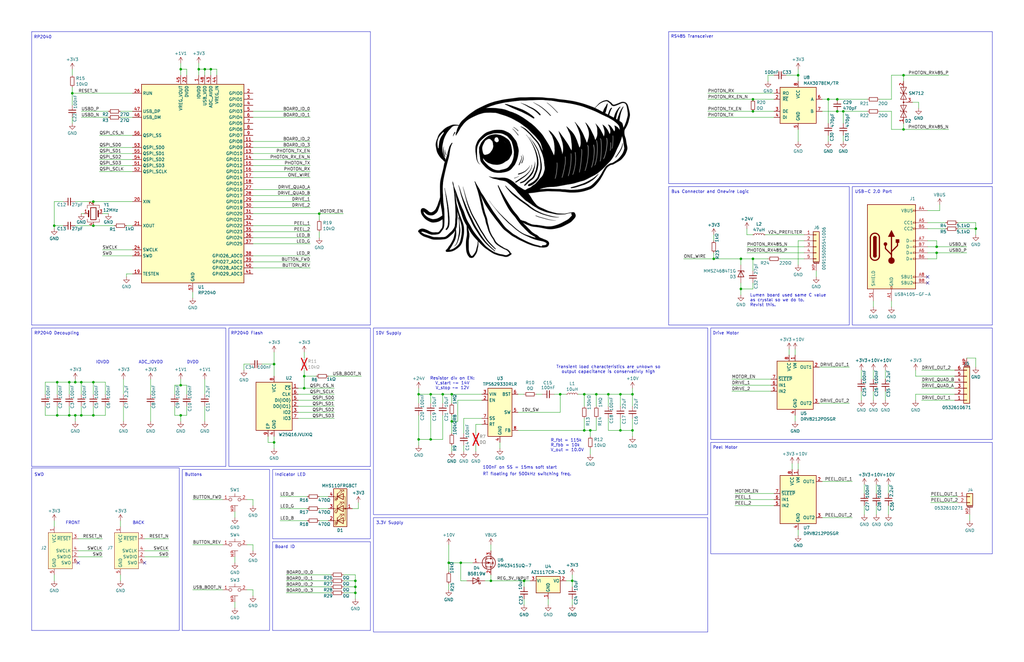
<source format=kicad_sch>
(kicad_sch (version 20230819) (generator eeschema)
  (paper "B")
  (lib_symbols
    (symbol "Connector:Conn_ARM_SWD_TagConnect_TC2030-NL" (in_bom no)
      (property "Reference" "J" (at 2.54 11.43 0))
      (property "Value" "Conn_ARM_SWD_TagConnect_TC2030-NL" (at 2.54 8.89 0))
      (symbol "Conn_ARM_SWD_TagConnect_TC2030-NL_0_0"
        (pin power_in line (at -2.54 10.16 270) (length 2.54) (name "VCC") (number "1"))
        (pin bidirectional line (at 7.62 -2.54 180) (length 2.54) (name "SWDIO") (number "2"))
        (pin open_collector line (at 7.62 5.08 180) (length 2.54) (name "~{RESET}") (number "3"))
        (pin output line (at 7.62 0 180) (length 2.54) (name "SWCLK") (number "4"))
        (pin power_in line (at -2.54 -10.16 90) (length 2.54) (name "GND") (number "5"))
        (pin input line (at 7.62 -5.08 180) (length 2.54) (name "SWO") (number "6"))
      )
    )
    (symbol "inventree:12MHz 12pF ±10ppm SMD3225-4P" (pin_names (offset 1.016) hide)
      (property "Reference" "Y" (at 3.175 5.08 0))
      (property "Value" "12MHz" (at 3.175 3.175 0))
      (symbol "12MHz 12pF ±10ppm SMD3225-4P_1_1"
        (pin passive line (at -3.81 0 0) (length 1.27) (name "1") (number "1"))
        (pin passive line (at 0 5.08 270) (length 1.27) (name "2") (number "2"))
        (pin passive line (at 3.81 0 180) (length 1.27) (name "3") (number "3"))
        (pin passive line (at 0 -5.08 90) (length 1.27) (name "4") (number "4"))
      )
    )
    (symbol "inventree:50V 100nF X5R ±10% 0402" (pin_numbers hide) (pin_names (offset 0.254) hide)
      (property "Reference" "C" (at 0.254 1.778 0))
      (property "Value" "100nF" (at 0.254 -2.032 0))
      (symbol "50V 100nF X5R ±10% 0402_1_1"
        (pin passive line (at 0 2.54 270) (length 2.032) (name "~") (number "1"))
        (pin passive line (at 0 -2.54 90) (length 2.032) (name "~") (number "2"))
      )
    )
    (symbol "inventree:50V 27pF NP0 ±5% 0402" (pin_numbers hide) (pin_names (offset 0.254) hide)
      (property "Reference" "C" (at 0.254 1.778 0))
      (property "Value" "27pF" (at 0.254 -2.032 0))
      (symbol "50V 27pF NP0 ±5% 0402_1_1"
        (pin passive line (at 0 2.54 270) (length 2.032) (name "~") (number "1"))
        (pin passive line (at 0 -2.54 90) (length 2.032) (name "~") (number "2"))
      )
    )
    (symbol "inventree:62.5mW ±100ppm/℃ ±1% 100kΩ 0402" (pin_numbers hide) (pin_names (offset 0.254) hide)
      (property "Reference" "R" (at 0.762 0.508 0))
      (property "Value" "100kΩ" (at 0.762 -1.016 0))
      (symbol "62.5mW ±100ppm/℃ ±1% 100kΩ 0402_1_1"
        (pin passive line (at 0 2.54 270) (length 0.762) (name "~") (number "1"))
        (pin passive line (at 0 -2.54 90) (length 0.762) (name "~") (number "2"))
      )
    )
    (symbol "inventree:62.5mW ±100ppm/℃ ±1% 1kΩ 0402" (pin_numbers hide) (pin_names (offset 0.254) hide)
      (property "Reference" "R" (at 0.762 0.508 0))
      (property "Value" "1kΩ" (at 0.762 -1.016 0))
      (symbol "62.5mW ±100ppm/℃ ±1% 1kΩ 0402_1_1"
        (pin passive line (at 0 2.54 270) (length 0.762) (name "~") (number "1"))
        (pin passive line (at 0 -2.54 90) (length 0.762) (name "~") (number "2"))
      )
    )
    (symbol "inventree:62.5mW ±100ppm/℃ ±1% 27Ω 0402" (pin_numbers hide) (pin_names (offset 0.254) hide)
      (property "Reference" "R" (at 0.762 0.508 0))
      (property "Value" "27Ω" (at 0.762 -1.016 0))
      (symbol "62.5mW ±100ppm/℃ ±1% 27Ω 0402_1_1"
        (pin passive line (at 0 2.54 270) (length 0.762) (name "~") (number "1"))
        (pin passive line (at 0 -2.54 90) (length 0.762) (name "~") (number "2"))
      )
    )
    (symbol "inventree:62.5mW ±100ppm/℃ ±1% 5.1kΩ 0402" (pin_numbers hide) (pin_names (offset 0.254) hide)
      (property "Reference" "R" (at 0.762 0.508 0))
      (property "Value" "5.1kΩ" (at 0.762 -1.016 0))
      (symbol "62.5mW ±100ppm/℃ ±1% 5.1kΩ 0402_1_1"
        (pin passive line (at 0 2.54 270) (length 0.762) (name "~") (number "1"))
        (pin passive line (at 0 -2.54 90) (length 0.762) (name "~") (number "2"))
      )
    )
    (symbol "inventree:CAP CER 10UF 35V X5R 0603" (pin_numbers hide) (pin_names (offset 0.254) hide)
      (property "Reference" "C" (at 0.254 1.778 0))
      (property "Value" "10uF" (at 0.254 -2.032 0))
      (symbol "CAP CER 10UF 35V X5R 0603_1_1"
        (pin passive line (at 0 2.54 270) (length 2.032) (name "~") (number "1"))
        (pin passive line (at 0 -2.54 90) (length 2.032) (name "~") (number "2"))
      )
    )
    (symbol "inventree:CAP CER 2.2UF 50V X5R 0603" (pin_numbers hide) (pin_names (offset 0.254) hide)
      (property "Reference" "C" (at 0.254 1.778 0))
      (property "Value" "2.2uF" (at 0.254 -2.032 0))
      (symbol "CAP CER 2.2UF 50V X5R 0603_1_1"
        (pin passive line (at 0 2.54 270) (length 2.032) (name "~") (number "1"))
        (pin passive line (at 0 -2.54 90) (length 2.032) (name "~") (number "2"))
      )
    )
    (symbol "inventree:CAP CER 22UF 25V X5R 0805" (pin_numbers hide) (pin_names (offset 0.254) hide)
      (property "Reference" "C" (at 0.254 1.778 0))
      (property "Value" "22uF" (at 0.254 -2.032 0))
      (symbol "CAP CER 22UF 25V X5R 0805_1_1"
        (pin passive line (at 0 2.54 270) (length 2.032) (name "~") (number "1"))
        (pin passive line (at 0 -2.54 90) (length 2.032) (name "~") (number "2"))
      )
    )
    (symbol "inventree:CAP CER 470PF 50V X7R 0402" (pin_numbers hide) (pin_names (offset 0.254) hide)
      (property "Reference" "C" (at 0.254 1.778 0))
      (property "Value" "470pF" (at 0.254 -2.032 0))
      (symbol "CAP CER 470PF 50V X7R 0402_1_1"
        (pin passive line (at 0 2.54 270) (length 2.032) (name "~") (number "1"))
        (pin passive line (at 0 -2.54 90) (length 2.032) (name "~") (number "2"))
      )
    )
    (symbol "inventree:CONN RCP USB2.0 TYP C 24P SMD RA" (pin_names (offset 1.016))
      (property "Reference" "J" (at -10.16 19.05 0))
      (property "Value" "USB4105-GF-A" (at 19.05 19.05 0))
      (symbol "CONN RCP USB2.0 TYP C 24P SMD RA_1_1"
        (pin passive line (at 0 -22.86 90) (length 5.08) (name "GND") (number "A1"))
        (pin passive line (at 0 -22.86 90) (length 5.08) hide (name "GND") (number "A12"))
        (pin passive line (at 15.24 15.24 180) (length 5.08) (name "VBUS") (number "A4"))
        (pin bidirectional line (at 15.24 10.16 180) (length 5.08) (name "CC1") (number "A5"))
        (pin bidirectional line (at 15.24 -2.54 180) (length 5.08) (name "D+") (number "A6"))
        (pin bidirectional line (at 15.24 2.54 180) (length 5.08) (name "D-") (number "A7"))
        (pin bidirectional line (at 15.24 -12.7 180) (length 5.08) (name "SBU1") (number "A8"))
        (pin passive line (at 15.24 15.24 180) (length 5.08) hide (name "VBUS") (number "A9"))
        (pin passive line (at 0 -22.86 90) (length 5.08) hide (name "GND") (number "B1"))
        (pin passive line (at 0 -22.86 90) (length 5.08) hide (name "GND") (number "B12"))
        (pin passive line (at 15.24 15.24 180) (length 5.08) hide (name "VBUS") (number "B4"))
        (pin bidirectional line (at 15.24 7.62 180) (length 5.08) (name "CC2") (number "B5"))
        (pin bidirectional line (at 15.24 -5.08 180) (length 5.08) (name "D+") (number "B6"))
        (pin bidirectional line (at 15.24 0 180) (length 5.08) (name "D-") (number "B7"))
        (pin bidirectional line (at 15.24 -15.24 180) (length 5.08) (name "SBU2") (number "B8"))
        (pin passive line (at 15.24 15.24 180) (length 5.08) hide (name "VBUS") (number "B9"))
        (pin passive line (at -7.62 -22.86 90) (length 5.08) (name "SHIELD") (number "S1"))
      )
    )
    (symbol "inventree:CONN SPRING BATTERY 5POS R/A SMD" (pin_names (offset 1.016) hide)
      (property "Reference" "J" (at 0 7.62 0))
      (property "Value" "009155005541006" (at 1.27 -7.62 0))
      (symbol "CONN SPRING BATTERY 5POS R/A SMD_1_1"
        (text "Mounting" (at 0 -6.731 0) (effects (font (size 0.381 0.381))))
        (pin passive line (at -5.08 5.08 0) (length 3.81) (name "Pin_1") (number "1"))
        (pin passive line (at -5.08 2.54 0) (length 3.81) (name "Pin_2") (number "2"))
        (pin passive line (at -5.08 0 0) (length 3.81) (name "Pin_3") (number "3"))
        (pin passive line (at -5.08 -2.54 0) (length 3.81) (name "Pin_4") (number "4"))
        (pin passive line (at -5.08 -5.08 0) (length 3.81) (name "Pin_5") (number "5"))
        (pin passive line (at 0 -10.16 90) (length 3.048) (name "MountPin") (number "MP"))
      )
    )
    (symbol "inventree:DIODE SCHOTTKY 40V 1.5A SOD123FL" (pin_numbers hide) (pin_names (offset 1.016) hide)
      (property "Reference" "D" (at 0 2.54 0))
      (property "Value" "B5819W" (at 0 -2.54 0))
      (symbol "DIODE SCHOTTKY 40V 1.5A SOD123FL_1_1"
        (pin passive line (at -3.81 0 0) (length 2.54) (name "K") (number "1"))
        (pin passive line (at 3.81 0 180) (length 2.54) (name "A") (number "2"))
      )
    )
    (symbol "inventree:DIODE ZENER 3.3V 500MW SOD123" (pin_numbers hide) (pin_names (offset 1.016) hide)
      (property "Reference" "D" (at 0 2.54 0))
      (property "Value" "MMSZ4684T1G" (at 0 -2.54 0))
      (symbol "DIODE ZENER 3.3V 500MW SOD123_1_1"
        (pin passive line (at -3.81 0 0) (length 2.54) (name "K") (number "1"))
        (pin passive line (at 3.81 0 180) (length 2.54) (name "A") (number "2"))
      )
    )
    (symbol "inventree:DRV8212"
      (property "Reference" "U" (at 6.35 11.43 0))
      (property "Value" "DRV8212PDSGR" (at -10.16 11.43 0))
      (symbol "DRV8212_1_1"
        (pin power_in line (at 0 12.7 270) (length 2.54) (name "VM") (number "1"))
        (pin output line (at 10.16 7.62 180) (length 2.54) (name "OUT1") (number "2"))
        (pin output line (at 10.16 -7.62 180) (length 2.54) (name "OUT2") (number "3"))
        (pin power_in line (at 0 -12.7 90) (length 2.54) (name "GND") (number "4"))
        (pin input line (at -10.16 -2.54 0) (length 2.54) (name "IN2") (number "5"))
        (pin input line (at -10.16 0 0) (length 2.54) (name "IN1") (number "6"))
        (pin input line (at -10.16 2.54 0) (length 2.54) (name "~{SLEEP}") (number "7"))
        (pin power_in line (at -2.54 12.7 270) (length 2.54) (name "VCC") (number "8"))
        (pin passive line (at 0 -12.7 90) (length 2.54) hide (name "GND") (number "9"))
      )
    )
    (symbol "inventree:FIXED IND 10UH 4A 67 MOHM SMD" (pin_numbers hide) (pin_names (offset 0.254) hide)
      (property "Reference" "L" (at 0.762 1.016 0))
      (property "Value" "10uH" (at 0.762 -1.016 0))
      (symbol "FIXED IND 10UH 4A 67 MOHM SMD_1_1"
        (pin passive line (at 0 2.54 270) (length 0.508) (name "~") (number "1"))
        (pin passive line (at 0 -2.54 90) (length 0.508) (name "~") (number "2"))
      )
    )
    (symbol "inventree:FIXED IND 47UH 770MA 680MOHM SMD" (pin_numbers hide) (pin_names (offset 0.254) hide)
      (property "Reference" "L" (at 0.762 1.016 0))
      (property "Value" "47uH" (at 0.762 -1.016 0))
      (symbol "FIXED IND 47UH 770MA 680MOHM SMD_1_1"
        (pin passive line (at 0 2.54 270) (length 0.508) (name "~") (number "1"))
        (pin passive line (at 0 -2.54 90) (length 0.508) (name "~") (number "2"))
      )
    )
    (symbol "inventree:IC FLASH 16MBIT SPI/QUAD 8USON"
      (property "Reference" "U" (at -6.35 11.43 0))
      (property "Value" "W25Q16JVUXIQ" (at 7.62 11.43 0))
      (symbol "IC FLASH 16MBIT SPI/QUAD 8USON_1_1"
        (pin input line (at -10.16 7.62 0) (length 2.54) (name "~{CS}") (number "1"))
        (pin bidirectional line (at -10.16 0 0) (length 2.54) (name "DO(IO1)") (number "2"))
        (pin bidirectional line (at -10.16 -2.54 0) (length 2.54) (name "IO2") (number "3"))
        (pin power_in line (at 0 -12.7 90) (length 2.54) (name "GND") (number "4"))
        (pin bidirectional line (at -10.16 2.54 0) (length 2.54) (name "DI(IO0)") (number "5"))
        (pin input line (at -10.16 5.08 0) (length 2.54) (name "CLK") (number "6"))
        (pin bidirectional line (at -10.16 -5.08 0) (length 2.54) (name "IO3") (number "7"))
        (pin power_in line (at 0 12.7 270) (length 2.54) (name "VCC") (number "8"))
        (pin passive line (at 2.54 -12.7 90) (length 2.54) (name "EP") (number "9"))
      )
    )
    (symbol "inventree:IC MCU 32BIT EXT MEM 56QFN"
      (property "Reference" "U" (at 17.78 45.72 0))
      (property "Value" "RP2040" (at 17.78 43.18 0))
      (symbol "IC MCU 32BIT EXT MEM 56QFN_1_1"
        (pin power_in line (at 2.54 45.72 270) (length 3.81) (name "IOVDD") (number "1"))
        (pin passive line (at 2.54 45.72 270) (length 3.81) hide (name "IOVDD") (number "10"))
        (pin bidirectional line (at 25.4 17.78 180) (length 3.81) (name "GPIO8") (number "11"))
        (pin bidirectional line (at 25.4 15.24 180) (length 3.81) (name "GPIO9") (number "12"))
        (pin bidirectional line (at 25.4 12.7 180) (length 3.81) (name "GPIO10") (number "13"))
        (pin bidirectional line (at 25.4 10.16 180) (length 3.81) (name "GPIO11") (number "14"))
        (pin bidirectional line (at 25.4 7.62 180) (length 3.81) (name "GPIO12") (number "15"))
        (pin bidirectional line (at 25.4 5.08 180) (length 3.81) (name "GPIO13") (number "16"))
        (pin bidirectional line (at 25.4 2.54 180) (length 3.81) (name "GPIO14") (number "17"))
        (pin bidirectional line (at 25.4 0 180) (length 3.81) (name "GPIO15") (number "18"))
        (pin input line (at -25.4 -38.1 0) (length 3.81) (name "TESTEN") (number "19"))
        (pin bidirectional line (at 25.4 38.1 180) (length 3.81) (name "GPIO0") (number "2"))
        (pin input line (at -25.4 -7.62 0) (length 3.81) (name "XIN") (number "20"))
        (pin passive line (at -25.4 -17.78 0) (length 3.81) (name "XOUT") (number "21"))
        (pin passive line (at 2.54 45.72 270) (length 3.81) hide (name "IOVDD") (number "22"))
        (pin power_in line (at -2.54 45.72 270) (length 3.81) (name "DVDD") (number "23"))
        (pin input line (at -25.4 -27.94 0) (length 3.81) (name "SWCLK") (number "24"))
        (pin bidirectional line (at -25.4 -30.48 0) (length 3.81) (name "SWD") (number "25"))
        (pin input line (at -25.4 38.1 0) (length 3.81) (name "RUN") (number "26"))
        (pin bidirectional line (at 25.4 -2.54 180) (length 3.81) (name "GPIO16") (number "27"))
        (pin bidirectional line (at 25.4 -5.08 180) (length 3.81) (name "GPIO17") (number "28"))
        (pin bidirectional line (at 25.4 -7.62 180) (length 3.81) (name "GPIO18") (number "29"))
        (pin bidirectional line (at 25.4 35.56 180) (length 3.81) (name "GPIO1") (number "3"))
        (pin bidirectional line (at 25.4 -10.16 180) (length 3.81) (name "GPIO19") (number "30"))
        (pin bidirectional line (at 25.4 -12.7 180) (length 3.81) (name "GPIO20") (number "31"))
        (pin bidirectional line (at 25.4 -15.24 180) (length 3.81) (name "GPIO21") (number "32"))
        (pin passive line (at 2.54 45.72 270) (length 3.81) hide (name "IOVDD") (number "33"))
        (pin bidirectional line (at 25.4 -17.78 180) (length 3.81) (name "GPIO22") (number "34"))
        (pin bidirectional line (at 25.4 -20.32 180) (length 3.81) (name "GPIO23") (number "35"))
        (pin bidirectional line (at 25.4 -22.86 180) (length 3.81) (name "GPIO24") (number "36"))
        (pin bidirectional line (at 25.4 -25.4 180) (length 3.81) (name "GPIO25") (number "37"))
        (pin bidirectional line (at 25.4 -30.48 180) (length 3.81) (name "GPIO26_ADC0") (number "38"))
        (pin bidirectional line (at 25.4 -33.02 180) (length 3.81) (name "GPIO27_ADC1") (number "39"))
        (pin bidirectional line (at 25.4 33.02 180) (length 3.81) (name "GPIO2") (number "4"))
        (pin bidirectional line (at 25.4 -35.56 180) (length 3.81) (name "GPIO28_ADC2") (number "40"))
        (pin bidirectional line (at 25.4 -38.1 180) (length 3.81) (name "GPIO29_ADC3") (number "41"))
        (pin passive line (at 2.54 45.72 270) (length 3.81) hide (name "IOVDD") (number "42"))
        (pin power_in line (at 7.62 45.72 270) (length 3.81) (name "ADC_AVDD") (number "43"))
        (pin power_in line (at 10.16 45.72 270) (length 3.81) (name "VREG_IN") (number "44"))
        (pin power_out line (at -5.08 45.72 270) (length 3.81) (name "VREG_VOUT") (number "45"))
        (pin bidirectional line (at -25.4 27.94 0) (length 3.81) (name "USB_DM") (number "46"))
        (pin bidirectional line (at -25.4 30.48 0) (length 3.81) (name "USB_DP") (number "47"))
        (pin power_in line (at 5.08 45.72 270) (length 3.81) (name "USB_VDD") (number "48"))
        (pin passive line (at 2.54 45.72 270) (length 3.81) hide (name "IOVDD") (number "49"))
        (pin bidirectional line (at 25.4 30.48 180) (length 3.81) (name "GPIO3") (number "5"))
        (pin passive line (at -2.54 45.72 270) (length 3.81) hide (name "DVDD") (number "50"))
        (pin bidirectional line (at -25.4 7.62 0) (length 3.81) (name "QSPI_SD3") (number "51"))
        (pin output line (at -25.4 5.08 0) (length 3.81) (name "QSPI_SCLK") (number "52"))
        (pin bidirectional line (at -25.4 15.24 0) (length 3.81) (name "QSPI_SD0") (number "53"))
        (pin bidirectional line (at -25.4 10.16 0) (length 3.81) (name "QSPI_SD2") (number "54"))
        (pin bidirectional line (at -25.4 12.7 0) (length 3.81) (name "QSPI_SD1") (number "55"))
        (pin bidirectional line (at -25.4 20.32 0) (length 3.81) (name "QSPI_SS") (number "56"))
        (pin power_in line (at 0 -45.72 90) (length 3.81) (name "GND") (number "57"))
        (pin bidirectional line (at 25.4 27.94 180) (length 3.81) (name "GPIO4") (number "6"))
        (pin bidirectional line (at 25.4 25.4 180) (length 3.81) (name "GPIO5") (number "7"))
        (pin bidirectional line (at 25.4 22.86 180) (length 3.81) (name "GPIO6") (number "8"))
        (pin bidirectional line (at 25.4 20.32 180) (length 3.81) (name "GPIO7") (number "9"))
      )
    )
    (symbol "inventree:IC REG LINEAR 3.3V 1A SOT89" (pin_names (offset 0.254))
      (property "Reference" "U" (at -3.81 3.175 0))
      (property "Value" "AZ1117CR-3.3" (at 0 3.175 0))
      (symbol "IC REG LINEAR 3.3V 1A SOT89_1_1"
        (pin power_in line (at 0 -7.62 90) (length 2.54) (name "GND") (number "1"))
        (pin power_out line (at 7.62 0 180) (length 2.54) (name "VO") (number "2"))
        (pin power_in line (at -7.62 0 0) (length 2.54) (name "VI") (number "3"))
      )
    )
    (symbol "inventree:MAX3078" (pin_names (offset 1.016))
      (property "Reference" "U" (at -7.62 8.89 0))
      (property "Value" "MAX3078EM/TR" (at 2.54 8.89 0))
      (symbol "MAX3078_1_1"
        (pin output line (at -10.16 5.08 0) (length 2.54) (name "RO") (number "1"))
        (pin input line (at -10.16 2.54 0) (length 2.54) (name "~{RE}") (number "2"))
        (pin input line (at -10.16 -2.54 0) (length 2.54) (name "DE") (number "3"))
        (pin input line (at -10.16 -5.08 0) (length 2.54) (name "DI") (number "4"))
        (pin power_in line (at 0 -10.16 90) (length 2.54) (name "GND") (number "5"))
        (pin bidirectional line (at 10.16 2.54 180) (length 2.54) (name "A") (number "6"))
        (pin bidirectional line (at 10.16 -2.54 180) (length 2.54) (name "B") (number "7"))
        (pin power_in line (at 0 10.16 270) (length 2.54) (name "VCC") (number "8"))
      )
    )
    (symbol "inventree:MOSFET BVDSS 8V~24V SOT23 T&R 3" (pin_names (offset 0) hide)
      (property "Reference" "U" (at 5.08 1.27 0))
      (property "Value" "DMG3415UQ-7" (at 5.08 -1.27 0))
      (symbol "MOSFET BVDSS 8V~24V SOT23 T&R 3_1_1"
        (pin input line (at -5.08 0 0) (length 2.54) (name "G") (number "1"))
        (pin passive line (at 2.54 -5.08 90) (length 2.54) (name "S") (number "2"))
        (pin passive line (at 2.54 5.08 270) (length 2.54) (name "D") (number "3"))
      )
    )
    (symbol "inventree:PICO BLADE SMD R/A 2POS 1.25MM" (pin_names (offset 1.016) hide)
      (property "Reference" "J" (at 0 2.54 0))
      (property "Value" "0532610271" (at 1.27 -5.08 0))
      (symbol "PICO BLADE SMD R/A 2POS 1.25MM_1_1"
        (text "Mounting" (at 0 -4.191 0) (effects (font (size 0.381 0.381))))
        (pin passive line (at -5.08 0 0) (length 3.81) (name "Pin_1") (number "1"))
        (pin passive line (at -5.08 -2.54 0) (length 3.81) (name "Pin_2") (number "2"))
        (pin passive line (at 0 -7.62 90) (length 3.048) (name "MountPin") (number "MP"))
      )
    )
    (symbol "inventree:PICO BLADE SMD R/A 6POS 1.25MM" (pin_names (offset 1.016) hide)
      (property "Reference" "J" (at 0 7.62 0))
      (property "Value" "0532610671" (at 1.27 -10.16 0))
      (symbol "PICO BLADE SMD R/A 6POS 1.25MM_1_1"
        (text "Mounting" (at 0 -9.271 0) (effects (font (size 0.381 0.381))))
        (pin passive line (at -5.08 5.08 0) (length 3.81) (name "Pin_1") (number "1"))
        (pin passive line (at -5.08 2.54 0) (length 3.81) (name "Pin_2") (number "2"))
        (pin passive line (at -5.08 0 0) (length 3.81) (name "Pin_3") (number "3"))
        (pin passive line (at -5.08 -2.54 0) (length 3.81) (name "Pin_4") (number "4"))
        (pin passive line (at -5.08 -5.08 0) (length 3.81) (name "Pin_5") (number "5"))
        (pin passive line (at -5.08 -7.62 0) (length 3.81) (name "Pin_6") (number "6"))
        (pin passive line (at 0 -12.7 90) (length 3.048) (name "MountPin") (number "MP"))
      )
    )
    (symbol "inventree:RES 0 OHM JUMPER 1/16W 0402" (pin_numbers hide) (pin_names (offset 0.254) hide)
      (property "Reference" "R" (at 0.762 0.508 0))
      (property "Value" "0Ω" (at 0.762 -1.016 0))
      (symbol "RES 0 OHM JUMPER 1/16W 0402_1_1"
        (pin passive line (at 0 2.54 270) (length 0.762) (name "~") (number "1"))
        (pin passive line (at 0 -2.54 90) (length 0.762) (name "~") (number "2"))
      )
    )
    (symbol "inventree:RES 10K OHM 1% 1/16W 0402" (pin_numbers hide) (pin_names (offset 0.254) hide)
      (property "Reference" "R" (at 0.762 0.508 0))
      (property "Value" "10kΩ" (at 0.762 -1.016 0))
      (symbol "RES 10K OHM 1% 1/16W 0402_1_1"
        (pin passive line (at 0 2.54 270) (length 0.762) (name "~") (number "1"))
        (pin passive line (at 0 -2.54 90) (length 0.762) (name "~") (number "2"))
      )
    )
    (symbol "inventree:RES 130K OHM 1% 1/16W 0402" (pin_numbers hide) (pin_names (offset 0.254) hide)
      (property "Reference" "R" (at 0.762 0.508 0))
      (property "Value" "130kΩ" (at 0.762 -1.016 0))
      (symbol "RES 130K OHM 1% 1/16W 0402_1_1"
        (pin passive line (at 0 2.54 270) (length 0.762) (name "~") (number "1"))
        (pin passive line (at 0 -2.54 90) (length 0.762) (name "~") (number "2"))
      )
    )
    (symbol "inventree:RES 1M OHM 1% 1/16W 0402" (pin_numbers hide) (pin_names (offset 0.254) hide)
      (property "Reference" "R" (at 0.762 0.508 0))
      (property "Value" "1MΩ" (at 0.762 -1.016 0))
      (symbol "RES 1M OHM 1% 1/16W 0402_1_1"
        (pin passive line (at 0 2.54 270) (length 0.762) (name "~") (number "1"))
        (pin passive line (at 0 -2.54 90) (length 0.762) (name "~") (number "2"))
      )
    )
    (symbol "inventree:RES 20 OHM 1% 1/16W 0402" (pin_numbers hide) (pin_names (offset 0.254) hide)
      (property "Reference" "R" (at 0.762 0.508 0))
      (property "Value" "20Ω" (at 0.762 -1.016 0))
      (symbol "RES 20 OHM 1% 1/16W 0402_1_1"
        (pin passive line (at 0 2.54 270) (length 0.762) (name "~") (number "1"))
        (pin passive line (at 0 -2.54 90) (length 0.762) (name "~") (number "2"))
      )
    )
    (symbol "inventree:RES 220 OHM 1% 1/16W 0402" (pin_numbers hide) (pin_names (offset 0.254) hide)
      (property "Reference" "R" (at 0.762 0.508 0))
      (property "Value" "220Ω" (at 0.762 -1.016 0))
      (symbol "RES 220 OHM 1% 1/16W 0402_1_1"
        (pin passive line (at 0 2.54 270) (length 0.762) (name "~") (number "1"))
        (pin passive line (at 0 -2.54 90) (length 0.762) (name "~") (number "2"))
      )
    )
    (symbol "inventree:RES 470 OHM 1% 1/16W 0402" (pin_numbers hide) (pin_names (offset 0.254) hide)
      (property "Reference" "R" (at 0.762 0.508 0))
      (property "Value" "470Ω" (at 0.762 -1.016 0))
      (symbol "RES 470 OHM 1% 1/16W 0402_1_1"
        (pin passive line (at 0 2.54 270) (length 0.762) (name "~") (number "1"))
        (pin passive line (at 0 -2.54 90) (length 0.762) (name "~") (number "2"))
      )
    )
    (symbol "inventree:RGB LED right angle 60mW SMD,1.5x3.2mm" (pin_names (offset 0) hide)
      (property "Reference" "D" (at 0 9.398 0))
      (property "Value" "MHS110FRGBCT" (at 0 -8.89 0))
      (symbol "RGB LED right angle 60mW SMD,1.5x3.2mm_0_0"
        (text "B" (at -1.905 -6.35 0) (effects (font (size 1.27 1.27))))
        (text "G" (at -1.905 -1.27 0) (effects (font (size 1.27 1.27))))
        (text "R" (at -1.905 3.81 0) (effects (font (size 1.27 1.27))))
      )
      (symbol "RGB LED right angle 60mW SMD,1.5x3.2mm_1_1"
        (pin passive line (at 5.08 0 180) (length 2.54) (name "A") (number "1"))
        (pin passive line (at -5.08 -5.08 0) (length 2.54) (name "BK") (number "2"))
        (pin passive line (at -5.08 0 0) (length 2.54) (name "GK") (number "3"))
        (pin passive line (at -5.08 5.08 0) (length 2.54) (name "RK") (number "4"))
      )
    )
    (symbol "inventree:RIGHT ANGLE NO TACT SWITCH SMD,1.8x4.6mm" (pin_names hide)
      (property "Reference" "SW" (at 0 0 0))
      (property "Value" "1TS003B-2600-3500A-CT" (at 0 0 0))
      (symbol "RIGHT ANGLE NO TACT SWITCH SMD,1.8x4.6mm_1_0"
        (pin passive line (at -5.08 0 0) (length 2.54) (name "1") (number "1"))
        (pin bidirectional line (at 5.08 0 180) (length 2.54) (name "2") (number "2"))
        (pin bidirectional line (at 0 -5.08 90) (length 2.54) (name "MP") (number "MP"))
      )
    )
    (symbol "inventree:TPS62933DRLR"
      (property "Reference" "U" (at 0 13.97 0))
      (property "Value" "TPS62933DRLR" (at 0 11.43 0))
      (symbol "TPS62933DRLR_1_1"
        (pin passive line (at -7.62 -5.08 0) (length 2.54) (name "RT") (number "1"))
        (pin input line (at -7.62 5.08 0) (length 2.54) (name "EN") (number "2"))
        (pin power_in line (at -7.62 7.62 0) (length 2.54) (name "VIN") (number "3"))
        (pin power_in line (at 0 -12.7 90) (length 2.54) (name "GND") (number "4"))
        (pin output line (at 7.62 0 180) (length 2.54) (name "SW") (number "5"))
        (pin passive line (at 7.62 7.62 180) (length 2.54) (name "BST") (number "6"))
        (pin passive line (at -7.62 -2.54 0) (length 2.54) (name "SS") (number "7"))
        (pin input line (at 7.62 -7.62 180) (length 2.54) (name "FB") (number "8"))
      )
    )
    (symbol "inventree:TVS DIODE 12VWM 21VC SOT23" (pin_names (offset 1.016) hide)
      (property "Reference" "D" (at 0 4.445 0))
      (property "Value" "SM712" (at 0 2.54 0))
      (symbol "TVS DIODE 12VWM 21VC SOT23_1_1"
        (pin passive line (at -8.89 0 0) (length 2.54) (name "A1") (number "1"))
        (pin passive line (at 8.89 0 180) (length 2.54) (name "A2") (number "2"))
        (pin input line (at 0 -3.81 90) (length 2.54) (name "common") (number "3"))
      )
    )
    (symbol "power:+10V" (power) (pin_names (offset 0))
      (property "Value" "+10V" (at 0 3.556 0))
      (symbol "+10V_1_1"
        (pin power_in line (at 0 0 90) (length 0) hide (name "+10V") (number "1"))
      )
    )
    (symbol "power:+1V1" (power) (pin_names (offset 0))
      (property "Value" "+1V1" (at 0 3.556 0))
      (symbol "+1V1_1_1"
        (pin power_in line (at 0 0 90) (length 0) hide (name "+1V1") (number "1"))
      )
    )
    (symbol "power:+24V" (power) (pin_names (offset 0))
      (property "Value" "+24V" (at 0 3.556 0))
      (symbol "+24V_1_1"
        (pin power_in line (at 0 0 90) (length 0) hide (name "+24V") (number "1"))
      )
    )
    (symbol "power:+3V3" (power) (pin_names (offset 0))
      (property "Value" "+3V3" (at 0 3.556 0))
      (symbol "+3V3_1_1"
        (pin power_in line (at 0 0 90) (length 0) hide (name "+3V3") (number "1"))
      )
    )
    (symbol "power:GND" (power) (pin_names (offset 0))
      (property "Value" "GND" (at 0 -3.81 0))
      (symbol "GND_1_1"
        (pin power_in line (at 0 0 270) (length 0) hide (name "GND") (number "1"))
      )
    )
    (symbol "power:VBUS" (power) (pin_names (offset 0))
      (property "Value" "VBUS" (at 0 3.81 0))
      (symbol "VBUS_1_1"
        (pin power_in line (at 0 0 90) (length 0) hide (name "VBUS") (number "1"))
      )
    )
  )
  (junction (at 29.21 175.26))
  (junction (at 189.23 237.49))
  (junction (at 261.62 166.37))
  (junction (at 24.13 175.26))
  (junction (at 241.3 245.11))
  (junction (at 186.69 166.37))
  (junction (at 317.5 109.22))
  (junction (at 134.62 90.17))
  (junction (at 176.53 166.37))
  (junction (at 251.46 166.37))
  (junction (at 39.37 95.25))
  (junction (at 39.37 161.29))
  (junction (at 22.86 95.25))
  (junction (at 88.9 29.21))
  (junction (at 248.92 181.61))
  (junction (at 128.27 163.83))
  (junction (at 190.5 177.8))
  (junction (at 115.57 186.69))
  (junction (at 353.06 41.91))
  (junction (at 381 54.61))
  (junction (at 34.29 161.29))
  (junction (at 29.21 161.29))
  (junction (at 76.2 162.56))
  (junction (at 312.42 121.92))
  (junction (at 149.86 250.19))
  (junction (at 256.54 166.37))
  (junction (at 31.75 161.29))
  (junction (at 149.86 247.65))
  (junction (at 176.53 185.42))
  (junction (at 266.7 166.37))
  (junction (at 381 31.75))
  (junction (at 353.06 46.99))
  (junction (at 266.7 181.61))
  (junction (at 24.13 161.29))
  (junction (at 411.48 96.52))
  (junction (at 181.61 166.37))
  (junction (at 76.2 175.26))
  (junction (at 394.97 106.68))
  (junction (at 349.25 41.91))
  (junction (at 181.61 185.42))
  (junction (at 76.2 29.21))
  (junction (at 190.5 166.37))
  (junction (at 312.42 109.22))
  (junction (at 317.5 46.99))
  (junction (at 30.48 39.37))
  (junction (at 261.62 181.61))
  (junction (at 115.57 153.67))
  (junction (at 246.38 181.61))
  (junction (at 128.27 158.75))
  (junction (at 300.99 109.22))
  (junction (at 34.29 175.26))
  (junction (at 149.86 245.11))
  (junction (at 336.55 31.75))
  (junction (at 39.37 175.26))
  (junction (at 317.5 41.91))
  (junction (at 246.38 166.37))
  (junction (at 207.01 245.11))
  (junction (at 220.98 245.11))
  (junction (at 394.97 104.14))
  (junction (at 194.31 237.49))
  (junction (at 236.22 166.37))
  (junction (at 83.82 29.21))
  (junction (at 86.36 29.21))
  (junction (at 31.75 175.26))
  (junction (at 39.37 85.09))
  (junction (at 355.6 46.99))
  (no_connect (at 60.96 237.49))
  (no_connect (at 391.16 119.38))
  (no_connect (at 391.16 116.84))
  (no_connect (at 33.02 237.49))
  (wire (pts (xy 353.06 41.91) (xy 365.76 41.91)))
  (wire (pts (xy 29.21 171.45) (xy 29.21 175.26)))
  (wire (pts (xy 388.62 163.83) (xy 402.59 163.83)))
  (wire (pts (xy 39.37 175.26) (xy 44.45 175.26)))
  (wire (pts (xy 207.01 245.11) (xy 220.98 245.11)))
  (wire (pts (xy 241.3 245.11) (xy 241.3 247.65)))
  (wire (pts (xy 204.47 245.11) (xy 207.01 245.11)))
  (wire (pts (xy 411.48 96.52) (xy 411.48 99.06)))
  (wire (pts (xy 128.27 158.75) (xy 128.27 163.83)))
  (wire (pts (xy 190.5 175.26) (xy 190.5 177.8)))
  (wire (pts (xy 203.2 179.07) (xy 200.66 179.07)))
  (wire (pts (xy 355.6 46.99) (xy 355.6 52.07)))
  (wire (pts (xy 218.44 173.99) (xy 236.22 173.99)))
  (wire (pts (xy 93.98 229.87) (xy 81.28 229.87)))
  (wire (pts (xy 106.68 80.01) (xy 130.81 80.01)))
  (wire (pts (xy 106.68 113.03) (xy 130.81 113.03)))
  (wire (pts (xy 149.86 242.57) (xy 149.86 245.11)))
  (wire (pts (xy 190.5 177.8) (xy 190.5 182.88)))
  (wire (pts (xy 218.44 181.61) (xy 246.38 181.61)))
  (wire (pts (xy 134.62 90.17) (xy 144.78 90.17)))
  (wire (pts (xy 24.13 171.45) (xy 24.13 175.26)))
  (wire (pts (xy 76.2 162.56) (xy 73.66 162.56)))
  (wire (pts (xy 336.55 29.21) (xy 336.55 31.75)))
  (wire (pts (xy 335.28 147.32) (xy 335.28 149.86)))
  (wire (pts (xy 30.48 39.37) (xy 30.48 44.45)))
  (wire (pts (xy 300.99 106.68) (xy 300.99 109.22)))
  (wire (pts (xy 368.3 156.21) (xy 368.3 160.02)))
  (wire (pts (xy 199.39 237.49) (xy 194.31 237.49)))
  (wire (pts (xy 220.98 245.11) (xy 220.98 247.65)))
  (wire (pts (xy 394.97 106.68) (xy 394.97 109.22)))
  (wire (pts (xy 44.45 161.29) (xy 44.45 166.37)))
  (wire (pts (xy 403.86 96.52) (xy 411.48 96.52)))
  (wire (pts (xy 317.5 109.22) (xy 323.85 109.22)))
  (wire (pts (xy 370.84 46.99) (xy 375.92 46.99)))
  (wire (pts (xy 298.45 49.53) (xy 326.39 49.53)))
  (wire (pts (xy 34.29 175.26) (xy 39.37 175.26)))
  (wire (pts (xy 266.7 166.37) (xy 261.62 166.37)))
  (wire (pts (xy 130.81 64.77) (xy 106.68 64.77)))
  (wire (pts (xy 39.37 161.29) (xy 39.37 166.37)))
  (wire (pts (xy 190.5 187.96) (xy 190.5 190.5)))
  (wire (pts (xy 334.01 195.58) (xy 334.01 198.12)))
  (wire (pts (xy 181.61 166.37) (xy 181.61 170.18)))
  (wire (pts (xy 317.5 41.91) (xy 326.39 41.91)))
  (wire (pts (xy 33.02 227.33) (xy 43.18 227.33)))
  (wire (pts (xy 39.37 85.09) (xy 55.88 85.09)))
  (wire (pts (xy 236.22 173.99) (xy 236.22 166.37)))
  (wire (pts (xy 106.68 97.79) (xy 130.81 97.79)))
  (wire (pts (xy 106.68 102.87) (xy 130.81 102.87)))
  (wire (pts (xy 106.68 95.25) (xy 130.81 95.25)))
  (wire (pts (xy 394.97 106.68) (xy 407.67 106.68)))
  (wire (pts (xy 317.5 109.22) (xy 317.5 114.3)))
  (wire (pts (xy 246.38 181.61) (xy 248.92 181.61)))
  (wire (pts (xy 106.68 90.17) (xy 134.62 90.17)))
  (wire (pts (xy 24.13 161.29) (xy 29.21 161.29)))
  (wire (pts (xy 128.27 158.75) (xy 133.35 158.75)))
  (wire (pts (xy 34.29 49.53) (xy 45.72 49.53)))
  (wire (pts (xy 312.42 121.92) (xy 312.42 119.38)))
  (wire (pts (xy 60.96 227.33) (xy 71.12 227.33)))
  (wire (pts (xy 189.23 237.49) (xy 194.31 237.49)))
  (wire (pts (xy 328.93 109.22) (xy 339.09 109.22)))
  (wire (pts (xy 22.86 95.25) (xy 22.86 96.52)))
  (wire (pts (xy 99.06 254) (xy 99.06 256.54)))
  (wire (pts (xy 355.6 57.15) (xy 355.6 59.69)))
  (wire (pts (xy 106.68 85.09) (xy 130.81 85.09)))
  (wire (pts (xy 106.68 248.92) (xy 106.68 251.46)))
  (wire (pts (xy 63.5 160.02) (xy 63.5 166.37)))
  (wire (pts (xy 369.57 213.36) (xy 369.57 217.17)))
  (wire (pts (xy 256.54 181.61) (xy 261.62 181.61)))
  (wire (pts (xy 138.43 209.55) (xy 134.62 209.55)))
  (wire (pts (xy 31.75 160.02) (xy 31.75 161.29)))
  (wire (pts (xy 392.43 209.55) (xy 403.86 209.55)))
  (wire (pts (xy 266.7 163.83) (xy 266.7 166.37)))
  (wire (pts (xy 34.29 161.29) (xy 34.29 166.37)))
  (wire (pts (xy 181.61 175.26) (xy 181.61 185.42)))
  (wire (pts (xy 394.97 104.14) (xy 391.16 104.14)))
  (wire (pts (xy 256.54 176.53) (xy 256.54 181.61)))
  (wire (pts (xy 55.88 115.57) (xy 53.34 115.57)))
  (wire (pts (xy 266.7 176.53) (xy 266.7 181.61)))
  (wire (pts (xy 200.66 179.07) (xy 200.66 182.88)))
  (wire (pts (xy 22.86 85.09) (xy 22.86 95.25)))
  (wire (pts (xy 402.59 158.75) (xy 386.08 158.75)))
  (wire (pts (xy 113.03 184.15) (xy 113.03 186.69)))
  (wire (pts (xy 52.07 160.02) (xy 52.07 166.37)))
  (wire (pts (xy 243.84 166.37) (xy 246.38 166.37)))
  (wire (pts (xy 104.14 248.92) (xy 106.68 248.92)))
  (wire (pts (xy 391.16 96.52) (xy 398.78 96.52)))
  (wire (pts (xy 29.21 161.29) (xy 31.75 161.29)))
  (wire (pts (xy 104.14 210.82) (xy 106.68 210.82)))
  (wire (pts (xy 181.61 185.42) (xy 186.69 185.42)))
  (wire (pts (xy 76.2 175.26) (xy 76.2 177.8)))
  (wire (pts (xy 391.16 101.6) (xy 394.97 101.6)))
  (wire (pts (xy 266.7 166.37) (xy 266.7 171.45)))
  (wire (pts (xy 388.62 156.21) (xy 402.59 156.21)))
  (wire (pts (xy 120.65 242.57) (xy 139.7 242.57)))
  (wire (pts (xy 50.8 242.57) (xy 50.8 245.11)))
  (wire (pts (xy 176.53 175.26) (xy 176.53 185.42)))
  (wire (pts (xy 106.68 210.82) (xy 106.68 213.36)))
  (wire (pts (xy 236.22 166.37) (xy 238.76 166.37)))
  (wire (pts (xy 375.92 41.91) (xy 370.84 41.91)))
  (wire (pts (xy 241.3 245.11) (xy 238.76 245.11)))
  (wire (pts (xy 248.92 181.61) (xy 251.46 181.61)))
  (wire (pts (xy 381 54.61) (xy 375.92 54.61)))
  (wire (pts (xy 374.65 213.36) (xy 374.65 217.17)))
  (wire (pts (xy 176.53 185.42) (xy 176.53 187.96)))
  (wire (pts (xy 317.5 121.92) (xy 312.42 121.92)))
  (wire (pts (xy 130.81 67.31) (xy 106.68 67.31)))
  (wire (pts (xy 30.48 29.21) (xy 30.48 31.75)))
  (wire (pts (xy 186.69 166.37) (xy 190.5 166.37)))
  (wire (pts (xy 314.96 106.68) (xy 339.09 106.68)))
  (wire (pts (xy 41.91 67.31) (xy 55.88 67.31)))
  (wire (pts (xy 309.88 213.36) (xy 326.39 213.36)))
  (wire (pts (xy 236.22 166.37) (xy 233.68 166.37)))
  (wire (pts (xy 24.13 161.29) (xy 24.13 166.37)))
  (wire (pts (xy 176.53 163.83) (xy 176.53 166.37)))
  (wire (pts (xy 81.28 123.19) (xy 81.28 125.73)))
  (wire (pts (xy 374.65 204.47) (xy 374.65 208.28)))
  (wire (pts (xy 120.65 250.19) (xy 139.7 250.19)))
  (wire (pts (xy 144.78 247.65) (xy 149.86 247.65)))
  (wire (pts (xy 218.44 166.37) (xy 220.98 166.37)))
  (wire (pts (xy 110.49 153.67) (xy 115.57 153.67)))
  (wire (pts (xy 91.44 29.21) (xy 91.44 31.75)))
  (wire (pts (xy 210.82 186.69) (xy 210.82 189.23)))
  (wire (pts (xy 407.67 151.13) (xy 411.48 151.13)))
  (wire (pts (xy 190.5 166.37) (xy 203.2 166.37)))
  (wire (pts (xy 83.82 26.67) (xy 83.82 29.21)))
  (wire (pts (xy 93.98 210.82) (xy 81.28 210.82)))
  (wire (pts (xy 115.57 184.15) (xy 115.57 186.69)))
  (wire (pts (xy 176.53 166.37) (xy 181.61 166.37)))
  (wire (pts (xy 411.48 151.13) (xy 411.48 154.94)))
  (wire (pts (xy 231.14 252.73) (xy 231.14 255.27)))
  (wire (pts (xy 186.69 166.37) (xy 186.69 170.18)))
  (wire (pts (xy 39.37 95.25) (xy 48.26 95.25)))
  (wire (pts (xy 193.04 177.8) (xy 190.5 177.8)))
  (wire (pts (xy 196.85 245.11) (xy 194.31 245.11)))
  (wire (pts (xy 115.57 186.69) (xy 115.57 189.23)))
  (wire (pts (xy 373.38 165.1) (xy 373.38 168.91)))
  (wire (pts (xy 118.11 214.63) (xy 129.54 214.63)))
  (wire (pts (xy 39.37 171.45) (xy 39.37 175.26)))
  (wire (pts (xy 207.01 229.87) (xy 207.01 232.41)))
  (wire (pts (xy 128.27 148.59) (xy 128.27 151.13)))
  (wire (pts (xy 144.78 250.19) (xy 149.86 250.19)))
  (wire (pts (xy 312.42 121.92) (xy 312.42 124.46)))
  (wire (pts (xy 261.62 176.53) (xy 261.62 181.61)))
  (wire (pts (xy 120.65 245.11) (xy 139.7 245.11)))
  (wire (pts (xy 309.88 210.82) (xy 326.39 210.82)))
  (wire (pts (xy 53.34 95.25) (xy 55.88 95.25)))
  (wire (pts (xy 288.29 109.22) (xy 300.99 109.22)))
  (wire (pts (xy 408.94 217.17) (xy 408.94 219.71)))
  (wire (pts (xy 73.66 162.56) (xy 73.66 166.37)))
  (wire (pts (xy 394.97 104.14) (xy 407.67 104.14)))
  (wire (pts (xy 22.86 219.71) (xy 22.86 222.25)))
  (wire (pts (xy 34.29 90.17) (xy 35.56 90.17)))
  (wire (pts (xy 353.06 46.99) (xy 355.6 46.99)))
  (wire (pts (xy 223.52 245.11) (xy 220.98 245.11)))
  (wire (pts (xy 29.21 175.26) (xy 31.75 175.26)))
  (wire (pts (xy 317.5 46.99) (xy 326.39 46.99)))
  (wire (pts (xy 396.24 88.9) (xy 396.24 86.36)))
  (wire (pts (xy 33.02 232.41) (xy 43.18 232.41)))
  (wire (pts (xy 349.25 41.91) (xy 349.25 52.07)))
  (wire (pts (xy 336.55 101.6) (xy 339.09 101.6)))
  (wire (pts (xy 149.86 247.65) (xy 149.86 250.19)))
  (wire (pts (xy 39.37 161.29) (xy 44.45 161.29)))
  (wire (pts (xy 149.86 245.11) (xy 149.86 247.65)))
  (wire (pts (xy 125.73 166.37) (xy 140.97 166.37)))
  (wire (pts (xy 83.82 29.21) (xy 86.36 29.21)))
  (wire (pts (xy 251.46 181.61) (xy 251.46 176.53)))
  (wire (pts (xy 106.68 107.95) (xy 130.81 107.95)))
  (wire (pts (xy 120.65 247.65) (xy 139.7 247.65)))
  (wire (pts (xy 189.23 237.49) (xy 189.23 241.3)))
  (wire (pts (xy 134.62 97.79) (xy 134.62 100.33)))
  (wire (pts (xy 266.7 181.61) (xy 266.7 184.15)))
  (wire (pts (xy 106.68 100.33) (xy 130.81 100.33)))
  (wire (pts (xy 86.36 160.02) (xy 86.36 166.37)))
  (wire (pts (xy 31.75 85.09) (xy 39.37 85.09)))
  (wire (pts (xy 76.2 26.67) (xy 76.2 29.21)))
  (wire (pts (xy 41.91 57.15) (xy 55.88 57.15)))
  (wire (pts (xy 256.54 166.37) (xy 256.54 171.45)))
  (wire (pts (xy 34.29 46.99) (xy 45.72 46.99)))
  (wire (pts (xy 22.86 95.25) (xy 26.67 95.25)))
  (wire (pts (xy 134.62 92.71) (xy 134.62 90.17)))
  (wire (pts (xy 251.46 166.37) (xy 256.54 166.37)))
  (wire (pts (xy 411.48 93.98) (xy 411.48 96.52)))
  (wire (pts (xy 369.57 204.47) (xy 369.57 208.28)))
  (wire (pts (xy 300.99 99.06) (xy 300.99 101.6)))
  (wire (pts (xy 391.16 109.22) (xy 394.97 109.22)))
  (wire (pts (xy 34.29 161.29) (xy 39.37 161.29)))
  (wire (pts (xy 130.81 59.69) (xy 106.68 59.69)))
  (wire (pts (xy 176.53 185.42) (xy 181.61 185.42)))
  (wire (pts (xy 130.81 49.53) (xy 106.68 49.53)))
  (wire (pts (xy 251.46 166.37) (xy 251.46 171.45)))
  (wire (pts (xy 246.38 166.37) (xy 251.46 166.37)))
  (wire (pts (xy 220.98 252.73) (xy 220.98 255.27)))
  (wire (pts (xy 53.34 115.57) (xy 53.34 116.84)))
  (wire (pts (xy 118.11 219.71) (xy 129.54 219.71)))
  (wire (pts (xy 144.78 242.57) (xy 149.86 242.57)))
  (wire (pts (xy 195.58 176.53) (xy 195.58 182.88)))
  (wire (pts (xy 298.45 41.91) (xy 317.5 41.91)))
  (wire (pts (xy 387.35 43.18) (xy 387.35 45.72)))
  (wire (pts (xy 246.38 166.37) (xy 246.38 171.45)))
  (wire (pts (xy 345.44 170.18) (xy 358.14 170.18)))
  (wire (pts (xy 336.55 101.6) (xy 336.55 111.76)))
  (wire (pts (xy 317.5 119.38) (xy 317.5 121.92)))
  (wire (pts (xy 193.04 177.8) (xy 193.04 168.91)))
  (wire (pts (xy 345.44 154.94) (xy 358.14 154.94)))
  (wire (pts (xy 19.05 171.45) (xy 19.05 175.26)))
  (wire (pts (xy 33.02 234.95) (xy 43.18 234.95)))
  (wire (pts (xy 86.36 29.21) (xy 88.9 29.21)))
  (wire (pts (xy 50.8 46.99) (xy 55.88 46.99)))
  (wire (pts (xy 314.96 104.14) (xy 339.09 104.14)))
  (wire (pts (xy 30.48 39.37) (xy 55.88 39.37)))
  (wire (pts (xy 134.62 219.71) (xy 138.43 219.71)))
  (wire (pts (xy 19.05 166.37) (xy 19.05 161.29)))
  (wire (pts (xy 76.2 29.21) (xy 78.74 29.21)))
  (wire (pts (xy 78.74 175.26) (xy 78.74 171.45)))
  (wire (pts (xy 43.18 105.41) (xy 55.88 105.41)))
  (wire (pts (xy 73.66 171.45) (xy 73.66 175.26)))
  (wire (pts (xy 346.71 41.91) (xy 349.25 41.91)))
  (wire (pts (xy 86.36 29.21) (xy 86.36 31.75)))
  (wire (pts (xy 138.43 158.75) (xy 152.4 158.75)))
  (wire (pts (xy 203.2 176.53) (xy 195.58 176.53)))
  (wire (pts (xy 402.59 168.91) (xy 388.62 168.91)))
  (wire (pts (xy 261.62 166.37) (xy 261.62 171.45)))
  (wire (pts (xy 76.2 175.26) (xy 78.74 175.26)))
  (wire (pts (xy 106.68 87.63) (xy 130.81 87.63)))
  (wire (pts (xy 246.38 176.53) (xy 246.38 181.61)))
  (wire (pts (xy 381 54.61) (xy 400.05 54.61)))
  (wire (pts (xy 102.87 153.67) (xy 102.87 156.21)))
  (wire (pts (xy 394.97 101.6) (xy 394.97 104.14)))
  (wire (pts (xy 241.3 242.57) (xy 241.3 245.11)))
  (wire (pts (xy 312.42 109.22) (xy 317.5 109.22)))
  (wire (pts (xy 241.3 252.73) (xy 241.3 255.27)))
  (wire (pts (xy 402.59 166.37) (xy 386.08 166.37)))
  (wire (pts (xy 344.17 114.3) (xy 344.17 116.84)))
  (wire (pts (xy 375.92 54.61) (xy 375.92 46.99)))
  (wire (pts (xy 355.6 46.99) (xy 365.76 46.99)))
  (wire (pts (xy 384.81 43.18) (xy 387.35 43.18)))
  (wire (pts (xy 41.91 69.85) (xy 55.88 69.85)))
  (wire (pts (xy 60.96 234.95) (xy 71.12 234.95)))
  (wire (pts (xy 128.27 163.83) (xy 140.97 163.83)))
  (wire (pts (xy 391.16 88.9) (xy 396.24 88.9)))
  (wire (pts (xy 52.07 171.45) (xy 52.07 177.8)))
  (wire (pts (xy 391.16 93.98) (xy 398.78 93.98)))
  (wire (pts (xy 194.31 245.11) (xy 194.31 237.49)))
  (wire (pts (xy 368.3 165.1) (xy 368.3 168.91)))
  (wire (pts (xy 322.58 99.06) (xy 339.09 99.06)))
  (wire (pts (xy 207.01 245.11) (xy 207.01 242.57)))
  (wire (pts (xy 261.62 181.61) (xy 266.7 181.61)))
  (wire (pts (xy 26.67 85.09) (xy 22.86 85.09)))
  (wire (pts (xy 391.16 106.68) (xy 394.97 106.68)))
  (wire (pts (xy 43.18 107.95) (xy 55.88 107.95)))
  (wire (pts (xy 381 52.07) (xy 381 54.61)))
  (wire (pts (xy 106.68 110.49) (xy 130.81 110.49)))
  (wire (pts (xy 106.68 74.93) (xy 130.81 74.93)))
  (wire (pts (xy 331.47 31.75) (xy 336.55 31.75)))
  (wire (pts (xy 130.81 62.23) (xy 106.68 62.23)))
  (wire (pts (xy 326.39 31.75) (xy 323.85 31.75)))
  (wire (pts (xy 31.75 95.25) (xy 39.37 95.25)))
  (wire (pts (xy 78.74 31.75) (xy 78.74 29.21)))
  (wire (pts (xy 226.06 166.37) (xy 228.6 166.37)))
  (wire (pts (xy 86.36 171.45) (xy 86.36 177.8)))
  (wire (pts (xy 312.42 109.22) (xy 312.42 111.76)))
  (wire (pts (xy 88.9 29.21) (xy 91.44 29.21)))
  (wire (pts (xy 386.08 166.37) (xy 386.08 168.91)))
  (wire (pts (xy 332.74 147.32) (xy 332.74 149.86)))
  (wire (pts (xy 392.43 212.09) (xy 403.86 212.09)))
  (wire (pts (xy 31.75 175.26) (xy 31.75 177.8)))
  (wire (pts (xy 368.3 127) (xy 368.3 129.54)))
  (wire (pts (xy 99.06 234.95) (xy 99.06 237.49)))
  (wire (pts (xy 31.75 161.29) (xy 34.29 161.29)))
  (wire (pts (xy 99.06 215.9) (xy 99.06 218.44)))
  (wire (pts (xy 364.49 213.36) (xy 364.49 217.17)))
  (wire (pts (xy 308.61 160.02) (xy 325.12 160.02)))
  (wire (pts (xy 104.14 229.87) (xy 106.68 229.87)))
  (wire (pts (xy 125.73 173.99) (xy 140.97 173.99)))
  (wire (pts (xy 115.57 148.59) (xy 115.57 153.67)))
  (wire (pts (xy 323.85 31.75) (xy 323.85 34.29)))
  (wire (pts (xy 346.71 203.2) (xy 359.41 203.2)))
  (wire (pts (xy 22.86 242.57) (xy 22.86 245.11)))
  (wire (pts (xy 336.55 223.52) (xy 336.55 226.06)))
  (wire (pts (xy 336.55 54.61) (xy 336.55 59.69)))
  (wire (pts (xy 386.08 156.21) (xy 386.08 158.75)))
  (wire (pts (xy 115.57 153.67) (xy 115.57 158.75)))
  (wire (pts (xy 30.48 36.83) (xy 30.48 39.37)))
  (wire (pts (xy 50.8 49.53) (xy 55.88 49.53)))
  (wire (pts (xy 43.18 90.17) (xy 45.72 90.17)))
  (wire (pts (xy 134.62 214.63) (xy 138.43 214.63)))
  (wire (pts (xy 34.29 171.45) (xy 34.29 175.26)))
  (wire (pts (xy 309.88 208.28) (xy 326.39 208.28)))
  (wire (pts (xy 31.75 175.26) (xy 34.29 175.26)))
  (wire (pts (xy 375.92 127) (xy 375.92 129.54)))
  (wire (pts (xy 93.98 248.92) (xy 81.28 248.92)))
  (wire (pts (xy 73.66 175.26) (xy 76.2 175.26)))
  (wire (pts (xy 308.61 162.56) (xy 325.12 162.56)))
  (wire (pts (xy 63.5 171.45) (xy 63.5 177.8)))
  (wire (pts (xy 44.45 171.45) (xy 44.45 175.26)))
  (wire (pts (xy 151.13 212.09) (xy 151.13 214.63)))
  (wire (pts (xy 190.5 166.37) (xy 190.5 170.18)))
  (wire (pts (xy 346.71 46.99) (xy 353.06 46.99)))
  (wire (pts (xy 125.73 168.91) (xy 140.97 168.91)))
  (wire (pts (xy 364.49 204.47) (xy 364.49 208.28)))
  (wire (pts (xy 148.59 214.63) (xy 151.13 214.63)))
  (wire (pts (xy 106.68 229.87) (xy 106.68 232.41)))
  (wire (pts (xy 248.92 189.23) (xy 248.92 191.77)))
  (wire (pts (xy 76.2 160.02) (xy 76.2 162.56)))
  (wire (pts (xy 248.92 181.61) (xy 248.92 184.15)))
  (wire (pts (xy 186.69 175.26) (xy 186.69 185.42)))
  (wire (pts (xy 373.38 156.21) (xy 373.38 160.02)))
  (wire (pts (xy 381 31.75) (xy 400.05 31.75)))
  (wire (pts (xy 349.25 41.91) (xy 353.06 41.91)))
  (wire (pts (xy 76.2 29.21) (xy 76.2 31.75)))
  (wire (pts (xy 381 31.75) (xy 381 34.29)))
  (wire (pts (xy 144.78 245.11) (xy 149.86 245.11)))
  (wire (pts (xy 375.92 31.75) (xy 381 31.75)))
  (wire (pts (xy 76.2 162.56) (xy 78.74 162.56)))
  (wire (pts (xy 176.53 166.37) (xy 176.53 170.18)))
  (wire (pts (xy 336.55 31.75) (xy 336.55 34.29)))
  (wire (pts (xy 30.48 49.53) (xy 30.48 52.07)))
  (wire (pts (xy 193.04 168.91) (xy 203.2 168.91)))
  (wire (pts (xy 41.91 64.77) (xy 55.88 64.77)))
  (wire (pts (xy 298.45 39.37) (xy 326.39 39.37)))
  (wire (pts (xy 335.28 175.26) (xy 335.28 177.8)))
  (wire (pts (xy 125.73 171.45) (xy 140.97 171.45)))
  (wire (pts (xy 308.61 165.1) (xy 325.12 165.1)))
  (wire (pts (xy 317.5 99.06) (xy 314.96 99.06)))
  (wire (pts (xy 106.68 69.85) (xy 130.81 69.85)))
  (wire (pts (xy 195.58 187.96) (xy 195.58 190.5)))
  (wire (pts (xy 189.23 246.38) (xy 189.23 248.92)))
  (wire (pts (xy 19.05 161.29) (xy 24.13 161.29)))
  (wire (pts (xy 41.91 72.39) (xy 55.88 72.39)))
  (wire (pts (xy 363.22 165.1) (xy 363.22 168.91)))
  (wire (pts (xy 181.61 166.37) (xy 186.69 166.37)))
  (wire (pts (xy 314.96 96.52) (xy 314.96 99.06)))
  (wire (pts (xy 118.11 209.55) (xy 129.54 209.55)))
  (wire (pts (xy 300.99 109.22) (xy 312.42 109.22)))
  (wire (pts (xy 189.23 229.87) (xy 189.23 237.49)))
  (wire (pts (xy 105.41 153.67) (xy 102.87 153.67)))
  (wire (pts (xy 298.45 46.99) (xy 317.5 46.99)))
  (wire (pts (xy 19.05 175.26) (xy 24.13 175.26)))
  (wire (pts (xy 50.8 219.71) (xy 50.8 222.25)))
  (wire (pts (xy 41.91 62.23) (xy 55.88 62.23)))
  (wire (pts (xy 149.86 250.19) (xy 149.86 252.73)))
  (wire (pts (xy 130.81 46.99) (xy 106.68 46.99)))
  (wire (pts (xy 78.74 166.37) (xy 78.74 162.56)))
  (wire (pts (xy 113.03 186.69) (xy 115.57 186.69)))
  (wire (pts (xy 60.96 232.41) (xy 71.12 232.41)))
  (wire (pts (xy 349.25 57.15) (xy 349.25 59.69)))
  (wire (pts (xy 106.68 72.39) (xy 130.81 72.39)))
  (wire (pts (xy 24.13 175.26) (xy 29.21 175.26)))
  (wire (pts (xy 83.82 31.75) (xy 83.82 29.21)))
  (wire (pts (xy 363.22 156.21) (xy 363.22 160.02)))
  (wire (pts (xy 375.92 31.75) (xy 375.92 41.91)))
  (wire (pts (xy 336.55 195.58) (xy 336.55 198.12)))
  (wire (pts (xy 256.54 166.37) (xy 261.62 166.37)))
  (wire (pts (xy 88.9 29.21) (xy 88.9 31.75)))
  (wire (pts (xy 200.66 187.96) (xy 200.66 190.5)))
  (wire (pts (xy 106.68 82.55) (xy 130.81 82.55)))
  (wire (pts (xy 125.73 176.53) (xy 140.97 176.53)))
  (wire (pts (xy 128.27 156.21) (xy 128.27 158.75)))
  (wire (pts (xy 346.71 218.44) (xy 359.41 218.44)))
  (wire (pts (xy 403.86 93.98) (xy 411.48 93.98)))
  (wire (pts (xy 388.62 161.29) (xy 402.59 161.29)))
  (wire (pts (xy 29.21 161.29) (xy 29.21 166.37)))
  (wire (pts (xy 125.73 163.83) (xy 128.27 163.83)))
  (rectangle (start 299.72 138.43) (end 418.465 185.42))
  (rectangle (start 13.335 197.485) (end 75.565 266.065))
  (rectangle (start 157.48 138.43) (end 298.45 217.17))
  (rectangle (start 114.935 228.6) (end 156.21 266.065))
  (rectangle (start 13.335 138.43) (end 95.25 196.85))
  (rectangle (start 281.94 78.74) (end 358.14 137.16))
  (rectangle (start 281.94 13.335) (end 418.465 77.47))
  (rectangle (start 359.41 78.74) (end 418.465 137.16))
  (rectangle (start 76.835 198.12) (end 113.665 266.065))
  (rectangle (start 157.48 218.44) (end 298.45 266.7))
  (rectangle (start 299.72 186.69) (end 418.465 233.68))
  (rectangle (start 96.52 138.43) (end 156.21 196.85))
  (rectangle (start 114.935 198.12) (end 156.21 227.33))
  (rectangle (start 13.335 13.335) (end 156.21 137.16))
  (image (at 220.98 74.93) (scale 6.10008))
  (text "RP2040\n" (at 18.034 15.748 0) (effects (font (size 1.27 1.27))))
  (text "ADC_IOVDD\n" (at 58.42 153.67 0) (effects (font (size 1.27 1.27)) (justify left bottom)))
  (text "Board ID\n" (at 120.142 230.886 0) (effects (font (size 1.27 1.27))))
  (text "3.3V Supply\n" (at 164.338 220.726 0) (effects (font (size 1.27 1.27))))
  (text "R_fbt = 115k\nR_fbb = 10k\nV_out = 10.0V" (at 232.156 187.96 0) (effects (font (size 1.27 1.27)) (justify left)))
  (text "IOVDD\n" (at 40.386 153.67 0) (effects (font (size 1.27 1.27)) (justify left bottom)))
  (text "SWD\n" (at 16.51 200.406 0) (effects (font (size 1.27 1.27))))
  (text "RP2040 Flash\n" (at 104.14 140.716 0) (effects (font (size 1.27 1.27))))
  (text "Drive Motor" (at 306.07 140.716 0) (effects (font (size 1.27 1.27))))
  (text "Lumen board used same C value\nas crystal so we do to.\nRevist this." (at 316.23 126.746 0) (effects (font (size 1.27 1.27)) (justify left)))
  (text "RT floating for 500kHz switching freq." (at 222.25 200.152 0) (effects (font (size 1.27 1.27))))
  (text "100nF on SS = 15ms soft start" (at 219.202 197.358 0) (effects (font (size 1.27 1.27))))
  (text "RP2040 Decoupling" (at 23.876 140.716 0) (effects (font (size 1.27 1.27))))
  (text "Bus Connector and Onewire Logic\n" (at 299.466 81.026 0) (effects (font (size 1.27 1.27))))
  (text "DVDD" (at 78.74 153.67 0) (effects (font (size 1.27 1.27)) (justify left bottom)))
  (text "Resistor div on EN:\nV_start ~= 14V\nV_stop ~= 12V" (at 190.754 161.798 0) (effects (font (size 1.27 1.27))))
  (text "Transient load characteristics are unkown so\noutput capacitance is conservativly high" (at 256.54 155.956 0) (effects (font (size 1.27 1.27))))
  (text "USB-C 2.0 Port" (at 368.3 81.026 0) (effects (font (size 1.27 1.27))))
  (text "Buttons\n" (at 81.534 200.406 0) (effects (font (size 1.27 1.27))))
  (text "10V Supply\n" (at 163.83 140.716 0) (effects (font (size 1.27 1.27))))
  (text "RS485 Transceiver" (at 291.846 15.494 0) (effects (font (size 1.27 1.27))))
  (text "Indicator LED\n" (at 122.428 200.406 0) (effects (font (size 1.27 1.27))))
  (text "Peel Motor" (at 305.816 188.976 0) (effects (font (size 1.27 1.27))))
  (text "FRONT\n" (at 30.734 220.726 0) (effects (font (size 1.27 1.27))))
  (text "BACK\n" (at 58.42 220.726 0) (effects (font (size 1.27 1.27))))
  (label "DRIVE_1" (at 130.81 85.09 180))
  (label "PHOTON_RX" (at 298.45 39.37 0))
  (label "PHOTON_RX485_N" (at 314.96 104.14 0))
  (label "QSPI_SD0" (at 41.91 62.23 0))
  (label "QSPI_SCLK" (at 41.91 72.39 0))
  (label "QSPI_SD0" (at 140.97 168.91 180))
  (label "LED_B" (at 130.81 100.33 180))
  (label "ONE_WIRE" (at 288.29 109.22 0))
  (label "LED_R" (at 130.81 107.95 180))
  (label "PHOTON_RX_EN_N" (at 130.81 67.31 180))
  (label "PHOTON_RX485_N" (at 400.05 54.61 180))
  (label "DRIVE_OUT_2" (at 388.62 156.21 0))
  (label "USBD_N" (at 34.29 49.53 0))
  (label "DRIVE_1" (at 308.61 162.56 0))
  (label "SWD" (at 43.18 107.95 0))
  (label "SWD" (at 43.18 234.95 180))
  (label "DRIVE_QUAD_B" (at 130.81 82.55 180))
  (label "REG_3V_INPUT" (at 209.55 245.11 0))
  (label "LED_G" (at 118.11 214.63 0))
  (label "LED_G" (at 130.81 102.87 180))
  (label "BOARD_ID_0" (at 130.81 46.99 180))
  (label "SWD" (at 71.12 234.95 180))
  (label "BOARD_ID_3" (at 130.81 62.23 180))
  (label "MOTOR_EN" (at 308.61 160.02 0))
  (label "PEEL_OUT_1" (at 392.43 209.55 0))
  (label "RESET_N" (at 43.18 227.33 180))
  (label "BOARD_ID_3" (at 120.65 250.19 0))
  (label "DRIVE_QUAD_B" (at 388.62 161.29 0))
  (label "QSPI_SD3" (at 41.91 69.85 0))
  (label "USB_BOOT_N" (at 152.4 158.75 180))
  (label "10V_SW" (at 227.33 173.99 180))
  (label "BOARD_ID_0" (at 120.65 242.57 0))
  (label "PEEL_OUT_2" (at 392.43 212.09 0))
  (label "PHOTON_RX485_P" (at 314.96 106.68 0))
  (label "PHOTON_RX" (at 130.81 72.39 180))
  (label "DRIVE_OUT_1" (at 388.62 168.91 0))
  (label "BUTTON_FWD" (at 130.81 110.49 180))
  (label "PEEL_OUT_1" (at 359.41 203.2 180))
  (label "RESET_N" (at 33.02 39.37 0))
  (label "SWCLK" (at 43.18 105.41 0))
  (label "PEEL_1" (at 130.81 95.25 180))
  (label "BOARD_ID_2" (at 130.81 59.69 180))
  (label "SWCLK" (at 71.12 232.41 180))
  (label "PEEL_2" (at 309.88 213.36 0))
  (label "BOARD_ID_1" (at 120.65 245.11 0))
  (label "USBD_P" (at 407.67 106.68 180))
  (label "DRIVE_2" (at 130.81 87.63 180))
  (label "PHOTON_TX_EN" (at 130.81 64.77 180))
  (label "DRIVE_OUT_1" (at 358.14 154.94 180))
  (label "USBD_N" (at 407.67 104.14 180))
  (label "USBD_P" (at 34.29 46.99 0))
  (label "DRIVE_2" (at 308.61 165.1 0))
  (label "MOTOR_EN" (at 309.88 208.28 0))
  (label "PEEL_OUT_2" (at 359.41 218.44 180))
  (label "LED_R" (at 118.11 209.55 0))
  (label "QSPI_SD2" (at 140.97 173.99 180))
  (label "QSPI_SD1" (at 140.97 171.45 180))
  (label "PEEL_2" (at 130.81 97.79 180))
  (label "QSPI_SD2" (at 41.91 67.31 0))
  (label "PHOTON_RX485_P" (at 400.05 31.75 180))
  (label "BUTTON_REV" (at 81.28 229.87 0))
  (label "PEEL_1" (at 309.88 210.82 0))
  (label "PHOTON_TX" (at 298.45 49.53 0))
  (label "PHOTON_TX_EN" (at 298.45 46.99 0))
  (label "RESET_N" (at 71.12 227.33 180))
  (label "QSPI_SD3" (at 140.97 176.53 180))
  (label "BUTTON_REV" (at 130.81 113.03 180))
  (label "QSPI_SCLK" (at 140.97 166.37 180))
  (label "PHOTON_RX_EN_N" (at 298.45 41.91 0))
  (label "DRIVE_OUT_2" (at 358.14 170.18 180))
  (label "USB_BOOT_N" (at 81.28 248.92 0))
  (label "SWCLK" (at 43.18 232.41 180))
  (label "V24_PREFILTER" (at 323.85 99.06 0))
  (label "BOARD_ID_2" (at 120.65 247.65 0))
  (label "LED_B" (at 118.11 219.71 0))
  (label "BOARD_ID_1" (at 130.81 49.53 180))
  (label "QSPI_SD1" (at 41.91 64.77 0))
  (label "QSPI_CS_N" (at 140.97 163.83 180))
  (label "PHOTON_TX" (at 130.81 69.85 180))
  (label "QSPI_CS_N" (at 41.91 57.15 0))
  (label "BUTTON_FWD" (at 81.28 210.82 0))
  (label "MOTOR_EN" (at 144.78 90.17 180))
  (label "DRIVE_QUAD_A" (at 388.62 163.83 0))
  (label "ONE_WIRE" (at 130.81 74.93 180))
  (label "DRIVE_QUAD_A" (at 130.81 80.01 180))
  (symbol (lib_id "inventree:12MHz 12pF ±10ppm SMD3225-4P") (at 39.37 90.17 0) (unit 1)
    (property "Reference" "Y1" (at 44.958 86.36 0))
    (property "Value" "12MHz" (at 43.434 88.646 0) (effects (justify left)))
    (property "Footprint" "Crystal:Crystal_SMD_3225-4Pin_3.2x2.5mm" (effects hide))
    (property "Description" "12MHz 12pF ±10ppm SMD3225-4P  Crystals ROHS" (effects hide))
    (property "Frequency Stability" "±30ppm" (effects hide))
    (property "Frequency Tolerance" "±10ppm" (effects hide))
    (property "IPN" "CLK-000005-00" (effects hide))
    (property "InvenTree" "5" (effects hide))
    (property "Load Capacitance" "12pF" (effects hide))
    (property "Package Height" "-" (effects hide))
    (property "Package Size" "-" (effects hide))
    (property "Package Type" "-" (effects hide))
    (property "Part URL" "/part/5/" (effects hide))
    (property "Rated Current" "-" (effects hide))
    (property "Rated Voltage" "-" (effects hide))
    (property "Temperature Range" "-20℃~+85℃" (effects hide))
  )
  (symbol (lib_id "power:GND") (at 81.28 125.73 0) (unit 1)
    (property "Reference" "#PWR017" (effects hide))
    (property "Value" "GND" (at 81.28 129.8631 0))
    (property "Description" "Power symbol creates a global label with name \"GND\" , ground" (effects hide))
  )
  (symbol (lib_id "inventree:PICO BLADE SMD R/A 6POS 1.25MM") (at 407.67 163.83 0) (mirror x) (unit 1)
    (property "Reference" "J5" (at 406.4 153.416 0) (effects (justify left)))
    (property "Value" "0532610671" (at 397.256 171.958 0) (effects (justify left)))
    (property "Footprint" "Connector_Molex:Molex_PicoBlade_53261-0671_1x06-1MP_P1.25mm_Horizontal" (effects hide))
    (property "Description" "CONN HEADER SMD R/A 6POS 1.25MM" (effects hide))
    (property "Frequency" "-" (effects hide))
    (property "IPN" "CON-000036-00" (effects hide))
    (property "Interface Type" "Header" (effects hide))
    (property "InvenTree" "36" (effects hide))
    (property "Locking" "Detent Lock" (effects hide))
    (property "Mating Height" "-" (effects hide))
    (property "Mounting Type" "Surface Mount, Right Angle" (effects hide))
    (property "Number of Contacts" "6" (effects hide))
    (property "Number of Rows" "1" (effects hide))
    (property "Orientation" "-" (effects hide))
    (property "Package Height" "3.40mm" (effects hide))
    (property "Part URL" "/part/36/" (effects hide))
    (property "Pitch" "1.25mm" (effects hide))
    (property "Polarity" "-" (effects hide))
    (property "Shielding" "-" (effects hide))
    (property "Temperature Range" "-" (effects hide))
  )
  (symbol (lib_id "power:+3V3") (at 334.01 195.58 0) (unit 1)
    (property "Reference" "#PWR063" (effects hide))
    (property "Value" "+3V3" (at 332.486 191.516 0))
    (property "Description" "Power symbol creates a global label with name \"+3V3\"" (effects hide))
  )
  (symbol (lib_id "power:GND") (at 344.17 116.84 0) (unit 1)
    (property "Reference" "#PWR088" (effects hide))
    (property "Value" "GND" (at 344.17 120.9731 0))
    (property "Description" "Power symbol creates a global label with name \"GND\" , ground" (effects hide))
  )
  (symbol (lib_id "inventree:62.5mW ±100ppm/℃ ±1% 27Ω 0402") (at 48.26 46.99 270) (unit 1)
    (property "Reference" "R2" (at 44.45 48.26 90))
    (property "Value" "27Ω" (at 50.546 48.26 90) (effects (justify left)))
    (property "Footprint" "Resistor_SMD:R_0402_1005Metric" (effects hide))
    (property "Description" "62.5mW Thick Film Resistors ±100ppm/℃ ±1% 27Ω 0402  Chip Resistor - Surface Mount ROHS" (effects hide))
    (property "IPN" "RES-000008-00" (effects hide))
    (property "InvenTree" "8" (effects hide))
    (property "Package Type" "-" (effects hide))
    (property "Part URL" "/part/8/" (effects hide))
    (property "Rated Power" "-" (effects hide))
    (property "Temperature Range" "-" (effects hide))
    (property "Tolerance" "±1%" (effects hide))
  )
  (symbol (lib_id "power:GND") (at 373.38 168.91 0) (unit 1)
    (property "Reference" "#PWR085" (effects hide))
    (property "Value" "GND" (at 373.38 173.0431 0))
    (property "Description" "Power symbol creates a global label with name \"GND\" , ground" (effects hide))
  )
  (symbol (lib_id "power:GND") (at 22.86 96.52 0) (unit 1)
    (property "Reference" "#PWR011" (effects hide))
    (property "Value" "GND" (at 22.86 100.6531 0))
    (property "Description" "Power symbol creates a global label with name \"GND\" , ground" (effects hide))
  )
  (symbol (lib_id "power:+3V3") (at 363.22 156.21 0) (unit 1)
    (property "Reference" "#PWR057" (effects hide))
    (property "Value" "+3V3" (at 363.22 152.0769 0))
    (property "Description" "Power symbol creates a global label with name \"+3V3\"" (effects hide))
  )
  (symbol (lib_id "inventree:50V 100nF X5R ±10% 0402") (at 29.21 168.91 0) (unit 1)
    (property "Reference" "C3" (at 30.48 172.466 90) (effects (justify left)))
    (property "Value" "100nF" (at 30.48 168.402 90) (effects (justify left)))
    (property "Footprint" "Capacitor_SMD:C_0402_1005Metric" (effects hide))
    (property "Description" "50V 100nF X5R ±10% 0402  Multilayer Ceramic Capacitors MLCC - SMD/SMT ROHS" (effects hide))
    (property "ESR" "-" (effects hide))
    (property "IPN" "CAP-000012-00" (effects hide))
    (property "InvenTree" "12" (effects hide))
    (property "Package Height" "-" (effects hide))
    (property "Package Size" "-" (effects hide))
    (property "Package Type" "-" (effects hide))
    (property "Part URL" "/part/12/" (effects hide))
    (property "Rated Voltage" "50V" (effects hide))
    (property "Temperature Grade" "X5R" (effects hide))
    (property "Temperature Range" "-" (effects hide))
    (property "Tolerance" "±10%" (effects hide))
  )
  (symbol (lib_id "power:+3V3") (at 364.49 204.47 0) (unit 1)
    (property "Reference" "#PWR066" (effects hide))
    (property "Value" "+3V3" (at 364.49 200.3369 0))
    (property "Description" "Power symbol creates a global label with name \"+3V3\"" (effects hide))
  )
  (symbol (lib_id "inventree:RES 0 OHM JUMPER 1/16W 0402") (at 142.24 242.57 270) (unit 1)
    (property "Reference" "R26" (at 136.398 243.84 90) (effects (justify left)))
    (property "Value" "0Ω" (at 144.526 243.84 90) (effects (justify left)))
    (property "Footprint" "Resistor_SMD:R_0402_1005Metric" (effects hide))
    (property "Description" "RES 0 OHM JUMPER 1/16W 0402" (effects hide))
    (property "IPN" "RES-000021-00" (effects hide))
    (property "InvenTree" "21" (effects hide))
    (property "Package Type" "0402" (effects hide))
    (property "Part URL" "/part/21/" (effects hide))
    (property "Rated Power" "-" (effects hide))
    (property "Temperature Range" "-55~155°C" (effects hide))
    (property "Tolerance" "Jumper" (effects hide))
  )
  (symbol (lib_id "power:GND") (at 30.48 52.07 0) (mirror y) (unit 1)
    (property "Reference" "#PWR039" (effects hide))
    (property "Value" "GND" (at 30.48 56.2031 0))
    (property "Description" "Power symbol creates a global label with name \"GND\" , ground" (effects hide))
  )
  (symbol (lib_id "power:GND") (at 231.14 255.27 0) (unit 1)
    (property "Reference" "#PWR043" (effects hide))
    (property "Value" "GND" (at 231.14 259.4031 0))
    (property "Description" "Power symbol creates a global label with name \"GND\" , ground" (effects hide))
  )
  (symbol (lib_id "power:+10V") (at 266.7 163.83 0) (unit 1)
    (property "Reference" "#PWR090" (effects hide))
    (property "Value" "+10V" (at 266.7 159.6969 0))
    (property "Description" "Power symbol creates a global label with name \"+10V\"" (effects hide))
  )
  (symbol (lib_id "inventree:RES 220 OHM 1% 1/16W 0402") (at 326.39 109.22 90) (unit 1)
    (property "Reference" "R24" (at 322.58 110.998 90))
    (property "Value" "220Ω" (at 331.216 110.998 90))
    (property "Footprint" "Resistor_SMD:R_0402_1005Metric" (effects hide))
    (property "Description" "RES 220 OHM 1% 1/16W 0402" (effects hide))
    (property "IPN" "RES-000044-00" (effects hide))
    (property "InvenTree" "44" (effects hide))
    (property "Package Type" "0402" (effects hide))
    (property "Part URL" "/part/44/" (effects hide))
    (property "Rated Power" "1/16W" (effects hide))
    (property "Temperature Range" "-55~155°C" (effects hide))
    (property "Tolerance" "±1%" (effects hide))
  )
  (symbol (lib_id "power:GND") (at 210.82 189.23 0) (unit 1)
    (property "Reference" "#PWR028" (effects hide))
    (property "Value" "GND" (at 210.82 193.3631 0))
    (property "Description" "Power symbol creates a global label with name \"GND\" , ground" (effects hide))
  )
  (symbol (lib_id "inventree:CONN SPRING BATTERY 5POS R/A SMD") (at 344.17 104.14 0) (unit 1)
    (property "Reference" "J6" (at 343.154 96.012 0) (effects (justify left)))
    (property "Value" "009155005541006" (at 347.472 114.046 90) (effects (justify left)))
    (property "Footprint" "Konkers_Connectors_Header:AVX_009155005541006" (effects hide))
    (property "Description" "CONN SPRING BATTERY 5POS R/A SMD" (effects hide))
    (property "Frequency" "-" (effects hide))
    (property "IPN" "CON-000043-00" (effects hide))
    (property "Interface Type" "Battery Contact" (effects hide))
    (property "InvenTree" "43" (effects hide))
    (property "Locking" "-" (effects hide))
    (property "Mating Height" "-" (effects hide))
    (property "Mounting Type" "Surface Mount, Right Angle" (effects hide))
    (property "Number of Contacts" "5" (effects hide))
    (property "Number of Rows" "1" (effects hide))
    (property "Orientation" "-" (effects hide))
    (property "Package Height" "-" (effects hide))
    (property "Part URL" "/part/43/" (effects hide))
    (property "Pitch" "2.50mm" (effects hide))
    (property "Polarity" "-" (effects hide))
    (property "Shielding" "-" (effects hide))
    (property "Temperature Range" "-" (effects hide))
  )
  (symbol (lib_id "power:+3V3") (at 151.13 212.09 0) (unit 1)
    (property "Reference" "#PWR053" (effects hide))
    (property "Value" "+3V3" (at 151.13 207.9569 0))
    (property "Description" "Power symbol creates a global label with name \"+3V3\"" (effects hide))
  )
  (symbol (lib_id "power:+3V3") (at 386.08 156.21 0) (unit 1)
    (property "Reference" "#PWR061" (effects hide))
    (property "Value" "+3V3" (at 386.08 152.0769 0))
    (property "Description" "Power symbol creates a global label with name \"+3V3\"" (effects hide))
  )
  (symbol (lib_id "power:+3V3") (at 128.27 148.59 0) (unit 1)
    (property "Reference" "#PWR034" (effects hide))
    (property "Value" "+3V3" (at 128.27 144.4569 0))
    (property "Description" "Power symbol creates a global label with name \"+3V3\"" (effects hide))
  )
  (symbol (lib_id "inventree:RES 10K OHM 1% 1/16W 0402") (at 189.23 243.84 0) (unit 1)
    (property "Reference" "R25" (at 190.754 249.682 90) (effects (justify left)))
    (property "Value" "10kΩ" (at 190.5 242.062 90) (effects (justify left)))
    (property "Footprint" "Resistor_SMD:R_0402_1005Metric" (effects hide))
    (property "Description" "RES 10K OHM 1% 1/16W 0402" (effects hide))
    (property "IPN" "RES-000025-00" (effects hide))
    (property "InvenTree" "25" (effects hide))
    (property "Package Type" "0402" (effects hide))
    (property "Part URL" "/part/25/" (effects hide))
    (property "Rated Power" "1/16W" (effects hide))
    (property "Temperature Range" "-55~155°C" (effects hide))
    (property "Tolerance" "±1%" (effects hide))
  )
  (symbol (lib_id "inventree:62.5mW ±100ppm/℃ ±1% 1kΩ 0402") (at 135.89 158.75 270) (unit 1)
    (property "Reference" "R6" (at 132.588 160.274 90))
    (property "Value" "1kΩ" (at 139.7 160.02 90))
    (property "Footprint" "Resistor_SMD:R_0402_1005Metric" (effects hide))
    (property "Description" "62.5mW Thick Film Resistors ±100ppm/℃ ±1% 1kΩ 0402  Chip Resistor - Surface Mount ROHS" (effects hide))
    (property "IPN" "RES-000007-00" (effects hide))
    (property "InvenTree" "7" (effects hide))
    (property "Package Type" "-" (effects hide))
    (property "Part URL" "/part/7/" (effects hide))
    (property "Rated Power" "-" (effects hide))
    (property "Temperature Range" "-" (effects hide))
    (property "Tolerance" "±1%" (effects hide))
  )
  (symbol (lib_id "inventree:50V 100nF X5R ±10% 0402") (at 176.53 172.72 0) (unit 1)
    (property "Reference" "C20" (at 178.054 177.546 90) (effects (justify left)))
    (property "Value" "100nF" (at 178.054 172.212 90) (effects (justify left)))
    (property "Footprint" "Capacitor_SMD:C_0402_1005Metric" (effects hide))
    (property "Description" "50V 100nF X5R ±10% 0402  Multilayer Ceramic Capacitors MLCC - SMD/SMT ROHS" (effects hide))
    (property "ESR" "-" (effects hide))
    (property "IPN" "CAP-000012-00" (effects hide))
    (property "InvenTree" "12" (effects hide))
    (property "Package Height" "-" (effects hide))
    (property "Package Size" "-" (effects hide))
    (property "Package Type" "-" (effects hide))
    (property "Part URL" "/part/12/" (effects hide))
    (property "Rated Voltage" "50V" (effects hide))
    (property "Temperature Grade" "X5R" (effects hide))
    (property "Temperature Range" "-" (effects hide))
    (property "Tolerance" "±10%" (effects hide))
  )
  (symbol (lib_id "power:GND") (at 411.48 99.06 0) (unit 1)
    (property "Reference" "#PWR018" (effects hide))
    (property "Value" "GND" (at 411.48 103.1931 0))
    (property "Description" "Power symbol creates a global label with name \"GND\" , ground" (effects hide))
  )
  (symbol (lib_id "inventree:RES 0 OHM JUMPER 1/16W 0402") (at 142.24 245.11 270) (unit 1)
    (property "Reference" "R27" (at 136.398 246.38 90) (effects (justify left)))
    (property "Value" "0Ω" (at 144.526 246.38 90) (effects (justify left)))
    (property "Footprint" "Resistor_SMD:R_0402_1005Metric" (effects hide))
    (property "Description" "RES 0 OHM JUMPER 1/16W 0402" (effects hide))
    (property "IPN" "RES-000021-00" (effects hide))
    (property "InvenTree" "21" (effects hide))
    (property "Package Type" "0402" (effects hide))
    (property "Part URL" "/part/21/" (effects hide))
    (property "Rated Power" "-" (effects hide))
    (property "Temperature Range" "-55~155°C" (effects hide))
    (property "Tolerance" "Jumper" (effects hide))
  )
  (symbol (lib_id "inventree:RIGHT ANGLE NO TACT SWITCH SMD,1.8x4.6mm") (at 99.06 210.82 0) (unit 1)
    (property "Reference" "SW1" (at 99.06 206.6869 0))
    (property "Value" "1TS003B-2600-3500A-CT" (effects hide))
    (property "Footprint" "Konkers_Mechanical_Switches:HYP_1TS003B_2600_3500A_CT" (effects hide))
    (property "Description" "No NO 0.6W 50mA 100MΩ 15000次 260gf@±50gf 12V Surface Mount SPST SMD,1.8x4.6mm  Tactile Switches ROHS" (effects hide))
    (property "Function Type" "SPST" (effects hide))
    (property "IPN" "MEC-000032-00" (effects hide))
    (property "InvenTree" "32" (effects hide))
    (property "Mounting Type" "-" (effects hide))
    (property "Package Height" "-" (effects hide))
    (property "Package Size" "-" (effects hide))
    (property "Package Type" "-" (effects hide))
    (property "Part URL" "/part/32/" (effects hide))
    (property "Rated Current" "-" (effects hide))
    (property "Temperature Range" "-40℃~+90℃" (effects hide))
  )
  (symbol (lib_id "power:GND") (at 241.3 255.27 0) (unit 1)
    (property "Reference" "#PWR044" (effects hide))
    (property "Value" "GND" (at 241.3 259.4031 0))
    (property "Description" "Power symbol creates a global label with name \"GND\" , ground" (effects hide))
  )
  (symbol (lib_id "inventree:CONN RCP USB2.0 TYP C 24P SMD RA") (at 375.92 104.14 0) (unit 1)
    (property "Reference" "J1" (at 384.81 83.82 0))
    (property "Value" "USB4105-GF-A" (at 384.81 124.206 0))
    (property "Footprint" "Connector_USB:USB_C_Receptacle_GCT_USB4105-xx-A_16P_TopMnt_Horizontal" (effects hide))
    (property "Datasheet" "https://www.usb.org/sites/default/files/documents/usb_type-c.zip" (effects hide))
    (property "Description" "CONN RCP USB2.0 TYP C 24P SMD RA" (effects hide))
    (property "Frequency" "-" (effects hide))
    (property "IPN" "CON-000015-00" (effects hide))
    (property "Interface Type" "USB-C" (effects hide))
    (property "InvenTree" "15" (effects hide))
    (property "Locking" "-" (effects hide))
    (property "Mating Height" "-" (effects hide))
    (property "Mounting Type" "Surface Mount, Right Angle; Through Hole" (effects hide))
    (property "Number of Contacts" "24" (effects hide))
    (property "Number of Rows" "-" (effects hide))
    (property "Orientation" "-" (effects hide))
    (property "Package Height" "-" (effects hide))
    (property "Part URL" "/part/15/" (effects hide))
    (property "Pitch" "-" (effects hide))
    (property "Polarity" "Receptacle" (effects hide))
    (property "Shielding" "Shielded" (effects hide))
    (property "Temperature Range" "-40~85°C" (effects hide))
  )
  (symbol (lib_id "power:VBUS") (at 207.01 229.87 0) (unit 1)
    (property "Reference" "#PWR082" (effects hide))
    (property "Value" "VBUS" (at 207.01 225.7369 0))
    (property "Description" "Power symbol creates a global label with name \"VBUS\"" (effects hide))
  )
  (symbol (lib_id "inventree:50V 100nF X5R ±10% 0402") (at 63.5 168.91 0) (unit 1)
    (property "Reference" "C8" (at 64.77 172.466 90) (effects (justify left)))
    (property "Value" "100nF" (at 64.77 168.402 90) (effects (justify left)))
    (property "Footprint" "Capacitor_SMD:C_0402_1005Metric" (effects hide))
    (property "Description" "50V 100nF X5R ±10% 0402  Multilayer Ceramic Capacitors MLCC - SMD/SMT ROHS" (effects hide))
    (property "ESR" "-" (effects hide))
    (property "IPN" "CAP-000012-00" (effects hide))
    (property "InvenTree" "12" (effects hide))
    (property "Package Height" "-" (effects hide))
    (property "Package Size" "-" (effects hide))
    (property "Package Type" "-" (effects hide))
    (property "Part URL" "/part/12/" (effects hide))
    (property "Rated Voltage" "50V" (effects hide))
    (property "Temperature Grade" "X5R" (effects hide))
    (property "Temperature Range" "-" (effects hide))
    (property "Tolerance" "±10%" (effects hide))
  )
  (symbol (lib_id "inventree:50V 100nF X5R ±10% 0402") (at 19.05 168.91 0) (unit 1)
    (property "Reference" "C1" (at 20.32 172.466 90) (effects (justify left)))
    (property "Value" "100nF" (at 20.32 168.402 90) (effects (justify left)))
    (property "Footprint" "Capacitor_SMD:C_0402_1005Metric" (effects hide))
    (property "Description" "50V 100nF X5R ±10% 0402  Multilayer Ceramic Capacitors MLCC - SMD/SMT ROHS" (effects hide))
    (property "ESR" "-" (effects hide))
    (property "IPN" "CAP-000012-00" (effects hide))
    (property "InvenTree" "12" (effects hide))
    (property "Package Height" "-" (effects hide))
    (property "Package Size" "-" (effects hide))
    (property "Package Type" "-" (effects hide))
    (property "Part URL" "/part/12/" (effects hide))
    (property "Rated Voltage" "50V" (effects hide))
    (property "Temperature Grade" "X5R" (effects hide))
    (property "Temperature Range" "-" (effects hide))
    (property "Tolerance" "±10%" (effects hide))
  )
  (symbol (lib_id "power:+3V3") (at 241.3 242.57 0) (unit 1)
    (property "Reference" "#PWR041" (effects hide))
    (property "Value" "+3V3" (at 241.3 238.4369 0))
    (property "Description" "Power symbol creates a global label with name \"+3V3\"" (effects hide))
  )
  (symbol (lib_id "inventree:FIXED IND 47UH 770MA 680MOHM SMD") (at 320.04 99.06 90) (unit 1)
    (property "Reference" "L2" (at 320.04 94.5367 90))
    (property "Value" "47uH" (at 320.04 96.961 90))
    (property "Footprint" "Inductor_SMD:L_Sunlord_SWPA5020S" (effects hide))
    (property "Description" "FIXED IND 47UH 770MA 680MOHM SMD" (effects hide))
    (property "ESR" "523mΩ" (effects hide))
    (property "IPN" "IND-000042-00" (effects hide))
    (property "InvenTree" "42" (effects hide))
    (property "Package Height" "2.00mm" (effects hide))
    (property "Package Size" "5.00x5.00mm" (effects hide))
    (property "Package Type" "Nonstandard" (effects hide))
    (property "Part URL" "/part/42/" (effects hide))
    (property "Rated Current" "770 mA" (effects hide))
    (property "Saturation Current" "-" (effects hide))
    (property "Shielding" "Shielded" (effects hide))
    (property "Temperature Range" "-40~125°C" (effects hide))
    (property "Tolerance" "±20%" (effects hide))
  )
  (symbol (lib_id "inventree:CAP CER 470PF 50V X7R 0402") (at 355.6 54.61 0) (unit 1)
    (property "Reference" "C31" (at 357.124 59.69 90) (effects (justify left)))
    (property "Value" "470pF" (at 357.378 53.848 90) (effects (justify left)))
    (property "Footprint" "Capacitor_SMD:C_0402_1005Metric" (effects hide))
    (property "Description" "CAP CER 470PF 50V X7R 0402" (effects hide))
    (property "ESR" "-" (effects hide))
    (property "IPN" "CAP-000039-00" (effects hide))
    (property "InvenTree" "39" (effects hide))
    (property "Package Height" "-" (effects hide))
    (property "Package Size" "1.00x0.50mm" (effects hide))
    (property "Package Type" "0402" (effects hide))
    (property "Part URL" "/part/39/" (effects hide))
    (property "Rated Voltage" "50V" (effects hide))
    (property "Temperature Grade" "X7R" (effects hide))
    (property "Temperature Range" "-55~125°C" (effects hide))
    (property "Tolerance" "±10%" (effects hide))
  )
  (symbol (lib_id "inventree:50V 100nF X5R ±10% 0402") (at 231.14 166.37 90) (unit 1)
    (property "Reference" "C15" (at 232.918 161.544 90) (effects (justify left)))
    (property "Value" "100nF" (at 234.188 163.576 90) (effects (justify left)))
    (property "Footprint" "Capacitor_SMD:C_0402_1005Metric" (effects hide))
    (property "Description" "50V 100nF X5R ±10% 0402  Multilayer Ceramic Capacitors MLCC - SMD/SMT ROHS" (effects hide))
    (property "ESR" "-" (effects hide))
    (property "IPN" "CAP-000012-00" (effects hide))
    (property "InvenTree" "12" (effects hide))
    (property "Package Height" "-" (effects hide))
    (property "Package Size" "-" (effects hide))
    (property "Package Type" "-" (effects hide))
    (property "Part URL" "/part/12/" (effects hide))
    (property "Rated Voltage" "50V" (effects hide))
    (property "Temperature Grade" "X5R" (effects hide))
    (property "Temperature Range" "-" (effects hide))
    (property "Tolerance" "±10%" (effects hide))
  )
  (symbol (lib_id "inventree:RIGHT ANGLE NO TACT SWITCH SMD,1.8x4.6mm") (at 99.06 229.87 0) (unit 1)
    (property "Reference" "SW4" (at 99.06 225.7369 0))
    (property "Value" "1TS003B-2600-3500A-CT" (effects hide))
    (property "Footprint" "Konkers_Mechanical_Switches:HYP_1TS003B_2600_3500A_CT" (effects hide))
    (property "Description" "No NO 0.6W 50mA 100MΩ 15000次 260gf@±50gf 12V Surface Mount SPST SMD,1.8x4.6mm  Tactile Switches ROHS" (effects hide))
    (property "Function Type" "SPST" (effects hide))
    (property "IPN" "MEC-000032-00" (effects hide))
    (property "InvenTree" "32" (effects hide))
    (property "Mounting Type" "-" (effects hide))
    (property "Package Height" "-" (effects hide))
    (property "Package Size" "-" (effects hide))
    (property "Package Type" "-" (effects hide))
    (property "Part URL" "/part/32/" (effects hide))
    (property "Rated Current" "-" (effects hide))
    (property "Temperature Range" "-40℃~+90℃" (effects hide))
  )
  (symbol (lib_id "power:+10V") (at 374.65 204.47 0) (unit 1)
    (property "Reference" "#PWR086" (effects hide))
    (property "Value" "+10V" (at 374.65 200.3369 0))
    (property "Description" "Power symbol creates a global label with name \"+10V\"" (effects hide))
  )
  (symbol (lib_id "inventree:CAP CER 10UF 35V X5R 0603") (at 241.3 250.19 0) (unit 1)
    (property "Reference" "C24" (at 242.824 255.27 90) (effects (justify left)))
    (property "Value" "10uF" (at 242.824 249.428 90) (effects (justify left)))
    (property "Footprint" "Capacitor_SMD:C_0603_1608Metric" (effects hide))
    (property "Description" "CAP CER 10UF 35V X5R 0603" (effects hide))
    (property "ESR" "-" (effects hide))
    (property "IPN" "CAP-000029-00" (effects hide))
    (property "InvenTree" "29" (effects hide))
    (property "Package Height" "-" (effects hide))
    (property "Package Size" "1.60x0.80mm" (effects hide))
    (property "Package Type" "0603" (effects hide))
    (property "Part URL" "/part/29/" (effects hide))
    (property "Rated Voltage" "35V" (effects hide))
    (property "Temperature Grade" "X5R" (effects hide))
    (property "Temperature Range" "-55~85°C" (effects hide))
    (property "Tolerance" "±20%" (effects hide))
  )
  (symbol (lib_id "Connector:Conn_ARM_SWD_TagConnect_TC2030-NL") (at 53.34 232.41 0) (unit 1) (in_bom no)
    (property "Reference" "J7" (at 47.625 231.1979 0) (effects (justify right)))
    (property "Value" "Conn_ARM_SWD_TagConnect_TC2030-NL" (effects hide))
    (property "Footprint" "Connector:Tag-Connect_TC2030-IDC-NL_2x03_P1.27mm_Vertical" (effects hide))
    (property "Datasheet" "https://www.tag-connect.com/wp-content/uploads/bsk-pdf-manager/TC2030-CTX_1.pdf" (effects hide))
    (property "Description" "Tag-Connect ARM Cortex SWD JTAG connector, 6 pin, no legs" (effects hide))
  )
  (symbol (lib_id "power:GND") (at 34.29 90.17 0) (unit 1)
    (property "Reference" "#PWR012" (effects hide))
    (property "Value" "GND" (at 34.29 93.726 0))
    (property "Description" "Power symbol creates a global label with name \"GND\" , ground" (effects hide))
  )
  (symbol (lib_id "power:GND") (at 355.6 59.69 0) (unit 1)
    (property "Reference" "#PWR074" (effects hide))
    (property "Value" "GND" (at 355.6 63.8231 0))
    (property "Description" "Power symbol creates a global label with name \"GND\" , ground" (effects hide))
  )
  (symbol (lib_id "power:GND") (at 336.55 59.69 0) (unit 1)
    (property "Reference" "#PWR071" (effects hide))
    (property "Value" "GND" (at 336.55 63.8231 0))
    (property "Description" "Power symbol creates a global label with name \"GND\" , ground" (effects hide))
  )
  (symbol (lib_id "power:GND") (at 50.8 245.11 0) (unit 1)
    (property "Reference" "#PWR046" (effects hide))
    (property "Value" "GND" (at 50.8 249.2431 0))
    (property "Description" "Power symbol creates a global label with name \"GND\" , ground" (effects hide))
  )
  (symbol (lib_id "power:GND") (at 176.53 187.96 0) (unit 1)
    (property "Reference" "#PWR038" (effects hide))
    (property "Value" "GND" (at 176.53 192.0931 0))
    (property "Description" "Power symbol creates a global label with name \"GND\" , ground" (effects hide))
  )
  (symbol (lib_id "inventree:RIGHT ANGLE NO TACT SWITCH SMD,1.8x4.6mm") (at 99.06 248.92 0) (unit 1)
    (property "Reference" "SW3" (at 99.06 244.7869 0))
    (property "Value" "1TS003B-2600-3500A-CT" (effects hide))
    (property "Footprint" "Konkers_Mechanical_Switches:HYP_1TS003B_2600_3500A_CT" (effects hide))
    (property "Description" "No NO 0.6W 50mA 100MΩ 15000次 260gf@±50gf 12V Surface Mount SPST SMD,1.8x4.6mm  Tactile Switches ROHS" (effects hide))
    (property "Function Type" "SPST" (effects hide))
    (property "IPN" "MEC-000032-00" (effects hide))
    (property "InvenTree" "32" (effects hide))
    (property "Mounting Type" "-" (effects hide))
    (property "Package Height" "-" (effects hide))
    (property "Package Size" "-" (effects hide))
    (property "Package Type" "-" (effects hide))
    (property "Part URL" "/part/32/" (effects hide))
    (property "Rated Current" "-" (effects hide))
    (property "Temperature Range" "-40℃~+90℃" (effects hide))
  )
  (symbol (lib_id "power:+1V1") (at 86.36 160.02 0) (unit 1)
    (property "Reference" "#PWR010" (effects hide))
    (property "Value" "+1V1" (at 86.36 155.8869 0))
    (property "Description" "Power symbol creates a global label with name \"+1V1\"" (effects hide))
  )
  (symbol (lib_id "power:GND") (at 323.85 34.29 0) (mirror y) (unit 1)
    (property "Reference" "#PWR080" (effects hide))
    (property "Value" "GND" (at 323.85 38.4231 0))
    (property "Description" "Power symbol creates a global label with name \"GND\" , ground" (effects hide))
  )
  (symbol (lib_id "inventree:50V 100nF X5R ±10% 0402") (at 107.95 153.67 270) (unit 1)
    (property "Reference" "C34" (at 103.378 154.94 90) (effects (justify left)))
    (property "Value" "100nF" (at 108.458 154.94 90) (effects (justify left)))
    (property "Footprint" "Capacitor_SMD:C_0402_1005Metric" (effects hide))
    (property "Description" "50V 100nF X5R ±10% 0402  Multilayer Ceramic Capacitors MLCC - SMD/SMT ROHS" (effects hide))
    (property "ESR" "-" (effects hide))
    (property "IPN" "CAP-000012-00" (effects hide))
    (property "InvenTree" "12" (effects hide))
    (property "Package Height" "-" (effects hide))
    (property "Package Size" "-" (effects hide))
    (property "Package Type" "-" (effects hide))
    (property "Part URL" "/part/12/" (effects hide))
    (property "Rated Voltage" "50V" (effects hide))
    (property "Temperature Grade" "X5R" (effects hide))
    (property "Temperature Range" "-" (effects hide))
    (property "Tolerance" "±10%" (effects hide))
  )
  (symbol (lib_id "power:+10V") (at 335.28 147.32 0) (unit 1)
    (property "Reference" "#PWR056" (effects hide))
    (property "Value" "+10V" (at 336.55 143.256 0))
    (property "Description" "Power symbol creates a global label with name \"+10V\"" (effects hide))
  )
  (symbol (lib_id "power:GND") (at 369.57 217.17 0) (mirror y) (unit 1)
    (property "Reference" "#PWR069" (effects hide))
    (property "Value" "GND" (at 369.57 221.3031 0))
    (property "Description" "Power symbol creates a global label with name \"GND\" , ground" (effects hide))
  )
  (symbol (lib_id "inventree:RES 470 OHM 1% 1/16W 0402") (at 132.08 214.63 270) (unit 1)
    (property "Reference" "R17" (at 126.238 216.154 90) (effects (justify left)))
    (property "Value" "470Ω" (at 134.112 216.154 90) (effects (justify left)))
    (property "Footprint" "Resistor_SMD:R_0402_1005Metric" (effects hide))
    (property "Description" "RES 470 OHM 1% 1/16W 0402" (effects hide))
    (property "IPN" "RES-000034-00" (effects hide))
    (property "InvenTree" "34" (effects hide))
    (property "Package Type" "0402" (effects hide))
    (property "Part URL" "/part/34/" (effects hide))
    (property "Rated Power" "1/16W" (effects hide))
    (property "Temperature Range" "-55~155°C" (effects hide))
    (property "Tolerance" "±1%" (effects hide))
  )
  (symbol (lib_id "power:GND") (at 45.72 90.17 0) (unit 1)
    (property "Reference" "#PWR013" (effects hide))
    (property "Value" "GND" (at 45.72 93.726 0))
    (property "Description" "Power symbol creates a global label with name \"GND\" , ground" (effects hide))
  )
  (symbol (lib_id "power:+3V3") (at 22.86 219.71 0) (unit 1)
    (property "Reference" "#PWR021" (effects hide))
    (property "Value" "+3V3" (at 22.86 215.5769 0))
    (property "Description" "Power symbol creates a global label with name \"+3V3\"" (effects hide))
  )
  (symbol (lib_id "inventree:RES 470 OHM 1% 1/16W 0402") (at 132.08 219.71 270) (unit 1)
    (property "Reference" "R18" (at 126.238 221.234 90) (effects (justify left)))
    (property "Value" "470Ω" (at 134.112 221.234 90) (effects (justify left)))
    (property "Footprint" "Resistor_SMD:R_0402_1005Metric" (effects hide))
    (property "Description" "RES 470 OHM 1% 1/16W 0402" (effects hide))
    (property "IPN" "RES-000034-00" (effects hide))
    (property "InvenTree" "34" (effects hide))
    (property "Package Type" "0402" (effects hide))
    (property "Part URL" "/part/34/" (effects hide))
    (property "Rated Power" "1/16W" (effects hide))
    (property "Temperature Range" "-55~155°C" (effects hide))
    (property "Tolerance" "±1%" (effects hide))
  )
  (symbol (lib_id "power:GND") (at 336.55 226.06 0) (unit 1)
    (property "Reference" "#PWR065" (effects hide))
    (property "Value" "GND" (at 336.55 230.1931 0))
    (property "Description" "Power symbol creates a global label with name \"GND\" , ground" (effects hide))
  )
  (symbol (lib_id "power:GND") (at 220.98 255.27 0) (unit 1)
    (property "Reference" "#PWR042" (effects hide))
    (property "Value" "GND" (at 220.98 259.4031 0))
    (property "Description" "Power symbol creates a global label with name \"GND\" , ground" (effects hide))
  )
  (symbol (lib_id "power:GND") (at 411.48 154.94 0) (mirror y) (unit 1)
    (property "Reference" "#PWR089" (effects hide))
    (property "Value" "GND" (at 411.48 159.0731 0))
    (property "Description" "Power symbol creates a global label with name \"GND\" , ground" (effects hide))
  )
  (symbol (lib_id "inventree:RES 20 OHM 1% 1/16W 0402") (at 368.3 46.99 90) (unit 1)
    (property "Reference" "R22" (at 364.49 48.768 90))
    (property "Value" "20Ω" (at 372.364 48.768 90))
    (property "Footprint" "Resistor_SMD:R_0402_1005Metric" (effects hide))
    (property "Description" "RES 20 OHM 1% 1/16W 0402" (effects hide))
    (property "IPN" "RES-000040-00" (effects hide))
    (property "InvenTree" "40" (effects hide))
    (property "Package Type" "0402" (effects hide))
    (property "Part URL" "/part/40/" (effects hide))
    (property "Rated Power" "1/16W" (effects hide))
    (property "Temperature Range" "-55~155°C" (effects hide))
    (property "Tolerance" "±1%" (effects hide))
  )
  (symbol (lib_id "inventree:CAP CER 10UF 35V X5R 0603") (at 220.98 250.19 0) (unit 1)
    (property "Reference" "C23" (at 219.71 255.27 90) (effects (justify left)))
    (property "Value" "10uF" (at 219.456 248.92 90) (effects (justify left)))
    (property "Footprint" "Capacitor_SMD:C_0603_1608Metric" (effects hide))
    (property "Description" "CAP CER 10UF 35V X5R 0603" (effects hide))
    (property "ESR" "-" (effects hide))
    (property "IPN" "CAP-000029-00" (effects hide))
    (property "InvenTree" "29" (effects hide))
    (property "Package Height" "-" (effects hide))
    (property "Package Size" "1.60x0.80mm" (effects hide))
    (property "Package Type" "0603" (effects hide))
    (property "Part URL" "/part/29/" (effects hide))
    (property "Rated Voltage" "35V" (effects hide))
    (property "Temperature Grade" "X5R" (effects hide))
    (property "Temperature Range" "-55~85°C" (effects hide))
    (property "Tolerance" "±20%" (effects hide))
  )
  (symbol (lib_id "inventree:CAP CER 2.2UF 50V X5R 0603") (at 86.36 168.91 0) (unit 1)
    (property "Reference" "C11" (at 87.63 173.736 90) (effects (justify left)))
    (property "Value" "2.2uF" (at 87.63 167.894 90) (effects (justify left)))
    (property "Footprint" "Capacitor_SMD:C_0603_1608Metric" (effects hide))
    (property "Description" "CAP CER 2.2UF 50V X5R 0603" (effects hide))
    (property "ESR" "-" (effects hide))
    (property "IPN" "CAP-000017-00" (effects hide))
    (property "InvenTree" "17" (effects hide))
    (property "Package Height" "-" (effects hide))
    (property "Package Size" "1.60x0.80mm" (effects hide))
    (property "Package Type" "0603" (effects hide))
    (property "Part URL" "/part/17/" (effects hide))
    (property "Rated Voltage" "50V" (effects hide))
    (property "Temperature Grade" "X5R" (effects hide))
    (property "Temperature Range" "-55~85°C" (effects hide))
    (property "Tolerance" "±10%" (effects hide))
  )
  (symbol (lib_id "inventree:FIXED IND 10UH 4A 67 MOHM SMD") (at 241.3 166.37 90) (unit 1)
    (property "Reference" "L1" (at 241.3 161.8467 90))
    (property "Value" "10uH" (at 241.3 164.271 90))
    (property "Footprint" "Konkers_Inductors_SMD:Inductor_SMD_7.0mm_6.7mm_2.8mm" (effects hide))
    (property "Description" "FIXED IND 10UH 4A 67 MOHM SMD" (effects hide))
    (property "ESR" "67mΩ" (effects hide))
    (property "IPN" "IND-000046-00" (effects hide))
    (property "InvenTree" "46" (effects hide))
    (property "Package Height" "3.00mm" (effects hide))
    (property "Package Size" "7.00x6.60mm" (effects hide))
    (property "Package Type" "Nonstandard" (effects hide))
    (property "Part URL" "/part/46/" (effects hide))
    (property "Rated Current" "4 A" (effects hide))
    (property "Saturation Current" "-" (effects hide))
    (property "Shielding" "Shielded" (effects hide))
    (property "Temperature Range" "-55~125°C" (effects hide))
    (property "Tolerance" "±20%" (effects hide))
  )
  (symbol (lib_id "inventree:RES 20 OHM 1% 1/16W 0402") (at 368.3 41.91 90) (unit 1)
    (property "Reference" "R21" (at 364.49 43.688 90))
    (property "Value" "20Ω" (at 372.364 43.688 90))
    (property "Footprint" "Resistor_SMD:R_0402_1005Metric" (effects hide))
    (property "Description" "RES 20 OHM 1% 1/16W 0402" (effects hide))
    (property "IPN" "RES-000040-00" (effects hide))
    (property "InvenTree" "40" (effects hide))
    (property "Package Type" "0402" (effects hide))
    (property "Part URL" "/part/40/" (effects hide))
    (property "Rated Power" "1/16W" (effects hide))
    (property "Temperature Range" "-55~155°C" (effects hide))
    (property "Tolerance" "±1%" (effects hide))
  )
  (symbol (lib_id "inventree:CAP CER 2.2UF 50V X5R 0603") (at 373.38 162.56 0) (unit 1)
    (property "Reference" "C35" (at 374.65 167.64 90) (effects (justify left)))
    (property "Value" "2.2uF" (at 374.65 161.544 90) (effects (justify left)))
    (property "Footprint" "Capacitor_SMD:C_0603_1608Metric" (effects hide))
    (property "Description" "CAP CER 2.2UF 50V X5R 0603" (effects hide))
    (property "ESR" "-" (effects hide))
    (property "IPN" "CAP-000017-00" (effects hide))
    (property "InvenTree" "17" (effects hide))
    (property "Package Height" "-" (effects hide))
    (property "Package Size" "1.60x0.80mm" (effects hide))
    (property "Package Type" "0603" (effects hide))
    (property "Part URL" "/part/17/" (effects hide))
    (property "Rated Voltage" "50V" (effects hide))
    (property "Temperature Grade" "X5R" (effects hide))
    (property "Temperature Range" "-55~85°C" (effects hide))
    (property "Tolerance" "±10%" (effects hide))
  )
  (symbol (lib_id "inventree:RES 0 OHM JUMPER 1/16W 0402") (at 142.24 247.65 270) (unit 1)
    (property "Reference" "R28" (at 136.398 248.92 90) (effects (justify left)))
    (property "Value" "0Ω" (at 144.526 248.92 90) (effects (justify left)))
    (property "Footprint" "Resistor_SMD:R_0402_1005Metric" (effects hide))
    (property "Description" "RES 0 OHM JUMPER 1/16W 0402" (effects hide))
    (property "IPN" "RES-000021-00" (effects hide))
    (property "InvenTree" "21" (effects hide))
    (property "Package Type" "0402" (effects hide))
    (property "Part URL" "/part/21/" (effects hide))
    (property "Rated Power" "-" (effects hide))
    (property "Temperature Range" "-55~155°C" (effects hide))
    (property "Tolerance" "Jumper" (effects hide))
  )
  (symbol (lib_id "inventree:MOSFET BVDSS 8V~24V SOT23 T&R 3") (at 204.47 237.49 0) (unit 1)
    (property "Reference" "U6" (at 209.677 236.2778 0) (effects (justify left)))
    (property "Value" "DMG3415UQ-7" (at 209.677 238.7021 0) (effects (justify left)))
    (property "Footprint" "Package_TO_SOT_SMD:SOT-23-3" (effects hide))
    (property "Description" "MOSFET BVDSS: 8V~24V SOT23 T&R 3" (effects hide))
    (property "Function Type" "P-Channel" (effects hide))
    (property "IPN" "TRA-000048-00" (effects hide))
    (property "InvenTree" "48" (effects hide))
    (property "Maximum Gate Voltage" "±8V" (effects hide))
    (property "Package Type" "SOT-23-3" (effects hide))
    (property "Part URL" "/part/48/" (effects hide))
    (property "RDS On Resistance" "42.5mR@4A,4.5V" (effects hide))
    (property "Rated Current" "4A" (effects hide))
    (property "Rated Power" "900mW" (effects hide))
    (property "Rated Voltage" "20 V" (effects hide))
    (property "Temperature Range" "-55℃~+150℃@" (effects hide))
  )
  (symbol (lib_id "power:GND") (at 408.94 219.71 0) (unit 1)
    (property "Reference" "#PWR024" (effects hide))
    (property "Value" "GND" (at 408.94 223.8431 0))
    (property "Description" "Power symbol creates a global label with name \"GND\" , ground" (effects hide))
  )
  (symbol (lib_id "power:GND") (at 190.5 190.5 0) (unit 1)
    (property "Reference" "#PWR033" (effects hide))
    (property "Value" "GND" (at 190.5 194.6331 0))
    (property "Description" "Power symbol creates a global label with name \"GND\" , ground" (effects hide))
  )
  (symbol (lib_id "power:+10V") (at 369.57 204.47 0) (unit 1)
    (property "Reference" "#PWR068" (effects hide))
    (property "Value" "+10V" (at 369.57 200.3369 0))
    (property "Description" "Power symbol creates a global label with name \"+10V\"" (effects hide))
  )
  (symbol (lib_id "power:GND") (at 102.87 156.21 0) (unit 1)
    (property "Reference" "#PWR081" (effects hide))
    (property "Value" "GND" (at 102.87 160.3431 0))
    (property "Description" "Power symbol creates a global label with name \"GND\" , ground" (effects hide))
  )
  (symbol (lib_id "inventree:50V 100nF X5R ±10% 0402") (at 195.58 185.42 0) (unit 1)
    (property "Reference" "C14" (at 197.104 190.246 90) (effects (justify left)))
    (property "Value" "100nF" (at 197.104 184.912 90) (effects (justify left)))
    (property "Footprint" "Capacitor_SMD:C_0402_1005Metric" (effects hide))
    (property "Description" "50V 100nF X5R ±10% 0402  Multilayer Ceramic Capacitors MLCC - SMD/SMT ROHS" (effects hide))
    (property "ESR" "-" (effects hide))
    (property "IPN" "CAP-000012-00" (effects hide))
    (property "InvenTree" "12" (effects hide))
    (property "Package Height" "-" (effects hide))
    (property "Package Size" "-" (effects hide))
    (property "Package Type" "-" (effects hide))
    (property "Part URL" "/part/12/" (effects hide))
    (property "Rated Voltage" "50V" (effects hide))
    (property "Temperature Grade" "X5R" (effects hide))
    (property "Temperature Range" "-" (effects hide))
    (property "Tolerance" "±10%" (effects hide))
  )
  (symbol (lib_id "inventree:RES 0 OHM JUMPER 1/16W 0402") (at 317.5 44.45 180) (unit 1)
    (property "Reference" "R20" (at 318.9986 43.2378 0) (effects (justify right)))
    (property "Value" "0Ω" (at 318.9986 45.6621 0) (effects (justify right)))
    (property "Footprint" "Resistor_SMD:R_0402_1005Metric" (effects hide))
    (property "Description" "RES 0 OHM JUMPER 1/16W 0402" (effects hide))
    (property "IPN" "RES-000021-00" (effects hide))
    (property "InvenTree" "21" (effects hide))
    (property "Package Type" "0402" (effects hide))
    (property "Part URL" "/part/21/" (effects hide))
    (property "Rated Power" "-" (effects hide))
    (property "Temperature Range" "-55~155°C" (effects hide))
    (property "Tolerance" "Jumper" (effects hide))
  )
  (symbol (lib_id "inventree:DIODE ZENER 3.3V 500MW SOD123") (at 312.42 115.57 270) (unit 1)
    (property "Reference" "D3" (at 310.388 116.7822 90) (effects (justify right)))
    (property "Value" "MMSZ4684T1G" (at 310.388 114.3579 90) (effects (justify right)))
    (property "Footprint" "Diode_SMD:D_SOD-123" (effects hide))
    (property "Description" "DIODE ZENER 3.3V 500MW SOD123" (effects hide))
    (property "Forward Voltage" "900mV@10mA" (effects hide))
    (property "Function Type" "-" (effects hide))
    (property "IPN" "DIO-000045-00" (effects hide))
    (property "InvenTree" "45" (effects hide))
    (property "LED Color" "-" (effects hide))
    (property "Package Type" "SOD-123" (effects hide))
    (property "Part URL" "/part/45/" (effects hide))
    (property "Rated Current" "-" (effects hide))
    (property "Rated Power" "500 mW" (effects hide))
    (property "Rated Voltage" "3.3 V" (effects hide))
    (property "Temperature Range" "-55~150°C" (effects hide))
  )
  (symbol (lib_id "power:GND") (at 386.08 168.91 0) (mirror y) (unit 1)
    (property "Reference" "#PWR062" (effects hide))
    (property "Value" "GND" (at 386.08 173.0431 0))
    (property "Description" "Power symbol creates a global label with name \"GND\" , ground" (effects hide))
  )
  (symbol (lib_id "inventree:50V 100nF X5R ±10% 0402") (at 78.74 168.91 0) (unit 1)
    (property "Reference" "C10" (at 80.01 173.736 90) (effects (justify left)))
    (property "Value" "100nF" (at 80.01 168.402 90) (effects (justify left)))
    (property "Footprint" "Capacitor_SMD:C_0402_1005Metric" (effects hide))
    (property "Description" "50V 100nF X5R ±10% 0402  Multilayer Ceramic Capacitors MLCC - SMD/SMT ROHS" (effects hide))
    (property "ESR" "-" (effects hide))
    (property "IPN" "CAP-000012-00" (effects hide))
    (property "InvenTree" "12" (effects hide))
    (property "Package Height" "-" (effects hide))
    (property "Package Size" "-" (effects hide))
    (property "Package Type" "-" (effects hide))
    (property "Part URL" "/part/12/" (effects hide))
    (property "Rated Voltage" "50V" (effects hide))
    (property "Temperature Grade" "X5R" (effects hide))
    (property "Temperature Range" "-" (effects hide))
    (property "Tolerance" "±10%" (effects hide))
  )
  (symbol (lib_id "inventree:50V 27pF NP0 ±5% 0402") (at 29.21 95.25 90) (unit 1)
    (property "Reference" "C13" (at 27.94 96.52 90) (effects (justify left)))
    (property "Value" "27pF" (at 35.052 96.52 90) (effects (justify left)))
    (property "Footprint" "Capacitor_SMD:C_0402_1005Metric" (effects hide))
    (property "Description" "50V 27pF NP0 ±5% 0402  Multilayer Ceramic Capacitors MLCC - SMD/SMT ROHS" (effects hide))
    (property "IPN" "CAP-000006-00" (effects hide))
    (property "InvenTree" "6" (effects hide))
    (property "Package Type" "-" (effects hide))
    (property "Part URL" "/part/6/" (effects hide))
    (property "Rated Power" "-" (effects hide))
    (property "Temperature Range" "-" (effects hide))
    (property "Tolerance" "±5%" (effects hide))
  )
  (symbol (lib_id "inventree:50V 100nF X5R ±10% 0402") (at 363.22 162.56 0) (unit 1)
    (property "Reference" "C25" (at 364.49 167.386 90) (effects (justify left)))
    (property "Value" "100nF" (at 364.49 162.052 90) (effects (justify left)))
    (property "Footprint" "Capacitor_SMD:C_0402_1005Metric" (effects hide))
    (property "Description" "50V 100nF X5R ±10% 0402  Multilayer Ceramic Capacitors MLCC - SMD/SMT ROHS" (effects hide))
    (property "ESR" "-" (effects hide))
    (property "IPN" "CAP-000012-00" (effects hide))
    (property "InvenTree" "12" (effects hide))
    (property "Package Height" "-" (effects hide))
    (property "Package Size" "-" (effects hide))
    (property "Package Type" "-" (effects hide))
    (property "Part URL" "/part/12/" (effects hide))
    (property "Rated Voltage" "50V" (effects hide))
    (property "Temperature Grade" "X5R" (effects hide))
    (property "Temperature Range" "-" (effects hide))
    (property "Tolerance" "±10%" (effects hide))
  )
  (symbol (lib_id "power:GND") (at 99.06 237.49 0) (unit 1)
    (property "Reference" "#PWR050" (effects hide))
    (property "Value" "GND" (at 99.06 241.6231 0))
    (property "Description" "Power symbol creates a global label with name \"GND\" , ground" (effects hide))
  )
  (symbol (lib_id "power:+1V1") (at 76.2 160.02 0) (unit 1)
    (property "Reference" "#PWR05" (effects hide))
    (property "Value" "+1V1" (at 76.2 155.8869 0))
    (property "Description" "Power symbol creates a global label with name \"+1V1\"" (effects hide))
  )
  (symbol (lib_id "inventree:50V 100nF X5R ±10% 0402") (at 44.45 168.91 0) (unit 1)
    (property "Reference" "C6" (at 45.72 172.466 90) (effects (justify left)))
    (property "Value" "100nF" (at 45.72 168.402 90) (effects (justify left)))
    (property "Footprint" "Capacitor_SMD:C_0402_1005Metric" (effects hide))
    (property "Description" "50V 100nF X5R ±10% 0402  Multilayer Ceramic Capacitors MLCC - SMD/SMT ROHS" (effects hide))
    (property "ESR" "-" (effects hide))
    (property "IPN" "CAP-000012-00" (effects hide))
    (property "InvenTree" "12" (effects hide))
    (property "Package Height" "-" (effects hide))
    (property "Package Size" "-" (effects hide))
    (property "Package Type" "-" (effects hide))
    (property "Part URL" "/part/12/" (effects hide))
    (property "Rated Voltage" "50V" (effects hide))
    (property "Temperature Grade" "X5R" (effects hide))
    (property "Temperature Range" "-" (effects hide))
    (property "Tolerance" "±10%" (effects hide))
  )
  (symbol (lib_id "power:VBUS") (at 396.24 86.36 0) (unit 1)
    (property "Reference" "#PWR025" (effects hide))
    (property "Value" "VBUS" (at 396.24 82.2269 0))
    (property "Description" "Power symbol creates a global label with name \"VBUS\"" (effects hide))
  )
  (symbol (lib_id "inventree:RES 0 OHM JUMPER 1/16W 0402") (at 223.52 166.37 90) (unit 1)
    (property "Reference" "R10" (at 223.52 161.4889 90))
    (property "Value" "0Ω" (at 223.52 163.9132 90))
    (property "Footprint" "Resistor_SMD:R_0402_1005Metric" (effects hide))
    (property "Description" "RES 0 OHM JUMPER 1/16W 0402" (effects hide))
    (property "IPN" "RES-000021-00" (effects hide))
    (property "InvenTree" "21" (effects hide))
    (property "Package Type" "0402" (effects hide))
    (property "Part URL" "/part/21/" (effects hide))
    (property "Rated Power" "-" (effects hide))
    (property "Temperature Range" "-55~155°C" (effects hide))
    (property "Tolerance" "Jumper" (effects hide))
  )
  (symbol (lib_id "power:GND") (at 374.65 217.17 0) (unit 1)
    (property "Reference" "#PWR087" (effects hide))
    (property "Value" "GND" (at 374.65 221.3031 0))
    (property "Description" "Power symbol creates a global label with name \"GND\" , ground" (effects hide))
  )
  (symbol (lib_id "power:+24V") (at 314.96 96.52 0) (unit 1)
    (property "Reference" "#PWR076" (effects hide))
    (property "Value" "+24V" (at 314.96 92.3869 0))
    (property "Description" "Power symbol creates a global label with name \"+24V\"" (effects hide))
  )
  (symbol (lib_id "inventree:CAP CER 10UF 35V X5R 0603") (at 181.61 172.72 0) (unit 1)
    (property "Reference" "C19" (at 183.134 177.8 90) (effects (justify left)))
    (property "Value" "10uF" (at 183.134 171.958 90) (effects (justify left)))
    (property "Footprint" "Capacitor_SMD:C_0603_1608Metric" (effects hide))
    (property "Description" "CAP CER 10UF 35V X5R 0603" (effects hide))
    (property "ESR" "-" (effects hide))
    (property "IPN" "CAP-000029-00" (effects hide))
    (property "InvenTree" "29" (effects hide))
    (property "Package Height" "-" (effects hide))
    (property "Package Size" "1.60x0.80mm" (effects hide))
    (property "Package Type" "0603" (effects hide))
    (property "Part URL" "/part/29/" (effects hide))
    (property "Rated Voltage" "35V" (effects hide))
    (property "Temperature Grade" "X5R" (effects hide))
    (property "Temperature Range" "-55~85°C" (effects hide))
    (property "Tolerance" "±20%" (effects hide))
  )
  (symbol (lib_id "power:GND") (at 200.66 190.5 0) (unit 1)
    (property "Reference" "#PWR029" (effects hide))
    (property "Value" "GND" (at 200.66 194.6331 0))
    (property "Description" "Power symbol creates a global label with name \"GND\" , ground" (effects hide))
  )
  (symbol (lib_id "inventree:IC MCU 32BIT EXT MEM 56QFN") (at 81.28 77.47 0) (unit 1)
    (property "Reference" "U1" (at 83.4741 121.1001 0) (effects (justify left)))
    (property "Value" "RP2040" (at 83.4741 123.5244 0) (effects (justify left)))
    (property "Footprint" "Package_DFN_QFN:QFN-56-1EP_7x7mm_P0.4mm_EP3.2x3.2mm" (effects hide))
    (property "Datasheet" "https://datasheets.raspberrypi.com/rp2040/rp2040-datasheet.pdf" (effects hide))
    (property "Description" "IC MCU 32BIT EXT MEM 56QFN" (effects hide))
    (property "Frequency" "133MHz" (effects hide))
    (property "Function Type" "ARM® Cortex®-M0+" (effects hide))
    (property "IPN" "ICS-000004-00" (effects hide))
    (property "InvenTree" "4" (effects hide))
    (property "Memory Size" "-" (effects hide))
    (property "Number of Channels" "-" (effects hide))
    (property "Package Type" "56-VFQFN" (effects hide))
    (property "Part URL" "/part/4/" (effects hide))
    (property "Rated Voltage" "1.8~3.3V" (effects hide))
    (property "Temperature Range" "-40~85°C" (effects hide))
  )
  (symbol (lib_id "power:GND") (at 335.28 177.8 0) (unit 1)
    (property "Reference" "#PWR060" (effects hide))
    (property "Value" "GND" (at 335.28 181.9331 0))
    (property "Description" "Power symbol creates a global label with name \"GND\" , ground" (effects hide))
  )
  (symbol (lib_id "power:+10V") (at 189.23 229.87 0) (unit 1)
    (property "Reference" "#PWR040" (effects hide))
    (property "Value" "+10V" (at 189.23 225.7369 0))
    (property "Description" "Power symbol creates a global label with name \"+10V\"" (effects hide))
  )
  (symbol (lib_id "power:GND") (at 387.35 45.72 0) (mirror y) (unit 1)
    (property "Reference" "#PWR075" (effects hide))
    (property "Value" "GND" (at 387.35 49.8531 0))
    (property "Description" "Power symbol creates a global label with name \"GND\" , ground" (effects hide))
  )
  (symbol (lib_id "power:+10V") (at 336.55 195.58 0) (unit 1)
    (property "Reference" "#PWR064" (effects hide))
    (property "Value" "+10V" (at 337.82 191.516 0))
    (property "Description" "Power symbol creates a global label with name \"+10V\"" (effects hide))
  )
  (symbol (lib_id "inventree:DRV8212") (at 335.28 162.56 0) (unit 1)
    (property "Reference" "U5" (at 337.4741 174.4401 0) (effects (justify left)))
    (property "Value" "DRV8212PDSGR" (at 337.4741 176.8644 0) (effects (justify left)))
    (property "Footprint" "Package_SON:WSON-8-1EP_2x2mm_P0.5mm_EP0.9x1.6mm" (effects hide))
    (property "Datasheet" "http://www.ti.com/lit/ds/symlink/drv8837c.pdf" (effects hide))
    (property "Description" "12-V, 3-A H-BRIDGE MOTOR DRIVER," (effects hide))
    (property "Frequency" "-" (effects hide))
    (property "Function Type" "Brush DC Motor" (effects hide))
    (property "IPN" "ICS-000035-00" (effects hide))
    (property "InvenTree" "35" (effects hide))
    (property "Memory Size" "-" (effects hide))
    (property "Number of Channels" "-" (effects hide))
    (property "Package Type" "8-WFDFN" (effects hide))
    (property "Part URL" "/part/35/" (effects hide))
    (property "Rated Voltage" "1.65~5.5V" (effects hide))
    (property "Temperature Range" "-40℃~+125℃@" (effects hide))
  )
  (symbol (lib_id "power:GND") (at 134.62 100.33 0) (unit 1)
    (property "Reference" "#PWR070" (effects hide))
    (property "Value" "GND" (at 134.62 104.4631 0))
    (property "Description" "Power symbol creates a global label with name \"GND\" , ground" (effects hide))
  )
  (symbol (lib_id "power:GND") (at 266.7 184.15 0) (unit 1)
    (property "Reference" "#PWR036" (effects hide))
    (property "Value" "GND" (at 266.7 188.2831 0))
    (property "Description" "Power symbol creates a global label with name \"GND\" , ground" (effects hide))
  )
  (symbol (lib_id "inventree:50V 100nF X5R ±10% 0402") (at 368.3 162.56 0) (unit 1)
    (property "Reference" "C26" (at 369.57 167.386 90) (effects (justify left)))
    (property "Value" "100nF" (at 369.57 162.052 90) (effects (justify left)))
    (property "Footprint" "Capacitor_SMD:C_0402_1005Metric" (effects hide))
    (property "Description" "50V 100nF X5R ±10% 0402  Multilayer Ceramic Capacitors MLCC - SMD/SMT ROHS" (effects hide))
    (property "ESR" "-" (effects hide))
    (property "IPN" "CAP-000012-00" (effects hide))
    (property "InvenTree" "12" (effects hide))
    (property "Package Height" "-" (effects hide))
    (property "Package Size" "-" (effects hide))
    (property "Package Type" "-" (effects hide))
    (property "Part URL" "/part/12/" (effects hide))
    (property "Rated Voltage" "50V" (effects hide))
    (property "Temperature Grade" "X5R" (effects hide))
    (property "Temperature Range" "-" (effects hide))
    (property "Tolerance" "±10%" (effects hide))
  )
  (symbol (lib_id "inventree:MAX3078") (at 336.55 44.45 0) (unit 1)
    (property "Reference" "U8" (at 338.7441 32.6855 0) (effects (justify left)))
    (property "Value" "MAX3078EM/TR" (at 338.7441 35.1098 0) (effects (justify left)))
    (property "Footprint" "Package_SO:SOIC-8_3.9x4.9mm_P1.27mm" (effects hide))
    (property "Datasheet" "http://www.icbase.com/pdf/SPX/SPX00480106.pdf" (effects hide))
    (property "Description" "IC TRANSCEIVER HALF 1/1 8SOIC" (effects hide))
    (property "Frequency" "500Kbps" (effects hide))
    (property "Function Type" "Transceiver" (effects hide))
    (property "IPN" "ICS-000038-00" (effects hide))
    (property "InvenTree" "38" (effects hide))
    (property "Memory Size" "-" (effects hide))
    (property "Number of Channels" "-" (effects hide))
    (property "Package Type" "8-SOIC" (effects hide))
    (property "Part URL" "/part/38/" (effects hide))
    (property "Rated Voltage" "3~3.6V" (effects hide))
    (property "Temperature Range" "-40~85°C" (effects hide))
  )
  (symbol (lib_id "inventree:CAP CER 470PF 50V X7R 0402") (at 353.06 44.45 0) (unit 1)
    (property "Reference" "C29" (at 355.3841 43.2441 0) (effects (justify left)))
    (property "Value" "470pF" (at 355.3841 45.6684 0) (effects (justify left)))
    (property "Footprint" "Capacitor_SMD:C_0402_1005Metric" (effects hide))
    (property "Description" "CAP CER 470PF 50V X7R 0402" (effects hide))
    (property "ESR" "-" (effects hide))
    (property "IPN" "CAP-000039-00" (effects hide))
    (property "InvenTree" "39" (effects hide))
    (property "Package Height" "-" (effects hide))
    (property "Package Size" "1.00x0.50mm" (effects hide))
    (property "Package Type" "0402" (effects hide))
    (property "Part URL" "/part/39/" (effects hide))
    (property "Rated Voltage" "50V" (effects hide))
    (property "Temperature Grade" "X7R" (effects hide))
    (property "Temperature Range" "-55~125°C" (effects hide))
    (property "Tolerance" "±10%" (effects hide))
  )
  (symbol (lib_id "power:+10V") (at 373.38 156.21 0) (unit 1)
    (property "Reference" "#PWR084" (effects hide))
    (property "Value" "+10V" (at 373.38 152.0769 0))
    (property "Description" "Power symbol creates a global label with name \"+10V\"" (effects hide))
  )
  (symbol (lib_id "inventree:50V 27pF NP0 ±5% 0402") (at 317.5 116.84 180) (unit 1)
    (property "Reference" "C32" (at 318.77 118.11 90) (effects (justify left)))
    (property "Value" "27pF" (at 318.77 110.998 90) (effects (justify left)))
    (property "Footprint" "Capacitor_SMD:C_0402_1005Metric" (effects hide))
    (property "Description" "50V 27pF NP0 ±5% 0402  Multilayer Ceramic Capacitors MLCC - SMD/SMT ROHS" (effects hide))
    (property "IPN" "CAP-000006-00" (effects hide))
    (property "InvenTree" "6" (effects hide))
    (property "Package Type" "-" (effects hide))
    (property "Part URL" "/part/6/" (effects hide))
    (property "Rated Power" "-" (effects hide))
    (property "Temperature Range" "-" (effects hide))
    (property "Tolerance" "±5%" (effects hide))
  )
  (symbol (lib_id "inventree:50V 27pF NP0 ±5% 0402") (at 29.21 85.09 90) (unit 1)
    (property "Reference" "C12" (at 27.94 86.36 90) (effects (justify left)))
    (property "Value" "27pF" (at 35.052 86.36 90) (effects (justify left)))
    (property "Footprint" "Capacitor_SMD:C_0402_1005Metric" (effects hide))
    (property "Description" "50V 27pF NP0 ±5% 0402  Multilayer Ceramic Capacitors MLCC - SMD/SMT ROHS" (effects hide))
    (property "IPN" "CAP-000006-00" (effects hide))
    (property "InvenTree" "6" (effects hide))
    (property "Package Type" "-" (effects hide))
    (property "Part URL" "/part/6/" (effects hide))
    (property "Rated Power" "-" (effects hide))
    (property "Temperature Range" "-" (effects hide))
    (property "Tolerance" "±5%" (effects hide))
  )
  (symbol (lib_id "inventree:50V 100nF X5R ±10% 0402") (at 34.29 168.91 0) (unit 1)
    (property "Reference" "C4" (at 35.56 172.466 90) (effects (justify left)))
    (property "Value" "100nF" (at 35.56 168.402 90) (effects (justify left)))
    (property "Footprint" "Capacitor_SMD:C_0402_1005Metric" (effects hide))
    (property "Description" "50V 100nF X5R ±10% 0402  Multilayer Ceramic Capacitors MLCC - SMD/SMT ROHS" (effects hide))
    (property "ESR" "-" (effects hide))
    (property "IPN" "CAP-000012-00" (effects hide))
    (property "InvenTree" "12" (effects hide))
    (property "Package Height" "-" (effects hide))
    (property "Package Size" "-" (effects hide))
    (property "Package Type" "-" (effects hide))
    (property "Part URL" "/part/12/" (effects hide))
    (property "Rated Voltage" "50V" (effects hide))
    (property "Temperature Grade" "X5R" (effects hide))
    (property "Temperature Range" "-" (effects hide))
    (property "Tolerance" "±10%" (effects hide))
  )
  (symbol (lib_id "power:GND") (at 115.57 189.23 0) (unit 1)
    (property "Reference" "#PWR027" (effects hide))
    (property "Value" "GND" (at 115.57 193.3631 0))
    (property "Description" "Power symbol creates a global label with name \"GND\" , ground" (effects hide))
  )
  (symbol (lib_id "inventree:50V 100nF X5R ±10% 0402") (at 369.57 210.82 0) (unit 1)
    (property "Reference" "C28" (at 370.84 215.646 90) (effects (justify left)))
    (property "Value" "100nF" (at 370.84 210.312 90) (effects (justify left)))
    (property "Footprint" "Capacitor_SMD:C_0402_1005Metric" (effects hide))
    (property "Description" "50V 100nF X5R ±10% 0402  Multilayer Ceramic Capacitors MLCC - SMD/SMT ROHS" (effects hide))
    (property "ESR" "-" (effects hide))
    (property "IPN" "CAP-000012-00" (effects hide))
    (property "InvenTree" "12" (effects hide))
    (property "Package Height" "-" (effects hide))
    (property "Package Size" "-" (effects hide))
    (property "Package Type" "-" (effects hide))
    (property "Part URL" "/part/12/" (effects hide))
    (property "Rated Voltage" "50V" (effects hide))
    (property "Temperature Grade" "X5R" (effects hide))
    (property "Temperature Range" "-" (effects hide))
    (property "Tolerance" "±10%" (effects hide))
  )
  (symbol (lib_id "power:GND") (at 312.42 124.46 0) (unit 1)
    (property "Reference" "#PWR079" (effects hide))
    (property "Value" "GND" (at 312.42 128.5931 0))
    (property "Description" "Power symbol creates a global label with name \"GND\" , ground" (effects hide))
  )
  (symbol (lib_id "power:+3V3") (at 30.48 29.21 0) (unit 1)
    (property "Reference" "#PWR032" (effects hide))
    (property "Value" "+3V3" (at 30.48 25.0769 0))
    (property "Description" "Power symbol creates a global label with name \"+3V3\"" (effects hide))
  )
  (symbol (lib_id "inventree:CAP CER 10UF 35V X5R 0603") (at 186.69 172.72 0) (unit 1)
    (property "Reference" "C21" (at 188.214 177.8 90) (effects (justify left)))
    (property "Value" "10uF" (at 188.214 171.958 90) (effects (justify left)))
    (property "Footprint" "Capacitor_SMD:C_0603_1608Metric" (effects hide))
    (property "Description" "CAP CER 10UF 35V X5R 0603" (effects hide))
    (property "ESR" "-" (effects hide))
    (property "IPN" "CAP-000029-00" (effects hide))
    (property "InvenTree" "29" (effects hide))
    (property "Package Height" "-" (effects hide))
    (property "Package Size" "1.60x0.80mm" (effects hide))
    (property "Package Type" "0603" (effects hide))
    (property "Part URL" "/part/29/" (effects hide))
    (property "Rated Voltage" "35V" (effects hide))
    (property "Temperature Grade" "X5R" (effects hide))
    (property "Temperature Range" "-55~85°C" (effects hide))
    (property "Tolerance" "±20%" (effects hide))
  )
  (symbol (lib_id "power:GND") (at 86.36 177.8 0) (unit 1)
    (property "Reference" "#PWR09" (effects hide))
    (property "Value" "GND" (at 86.36 181.9331 0))
    (property "Description" "Power symbol creates a global label with name \"GND\" , ground" (effects hide))
  )
  (symbol (lib_id "power:+3V3") (at 50.8 219.71 0) (unit 1)
    (property "Reference" "#PWR045" (effects hide))
    (property "Value" "+3V3" (at 50.8 215.5769 0))
    (property "Description" "Power symbol creates a global label with name \"+3V3\"" (effects hide))
  )
  (symbol (lib_id "inventree:RES 1M OHM 1% 1/16W 0402") (at 190.5 172.72 0) (unit 1)
    (property "Reference" "R8" (at 191.77 177.546 90) (effects (justify left)))
    (property "Value" "1MΩ" (at 191.77 170.688 90) (effects (justify left)))
    (property "Footprint" "Resistor_SMD:R_0402_1005Metric" (effects hide))
    (property "Description" "RES 1M OHM 1% 1/16W 0402" (effects hide))
    (property "IPN" "RES-000024-00" (effects hide))
    (property "InvenTree" "24" (effects hide))
    (property "Package Type" "0402" (effects hide))
    (property "Part URL" "/part/24/" (effects hide))
    (property "Rated Power" "1/16W" (effects hide))
    (property "Temperature Range" "-55~155°C" (effects hide))
    (property "Tolerance" "±1%" (effects hide))
  )
  (symbol (lib_id "Connector:Conn_ARM_SWD_TagConnect_TC2030-NL") (at 25.4 232.41 0) (unit 1) (in_bom no)
    (property "Reference" "J2" (at 19.685 231.1979 0) (effects (justify right)))
    (property "Footprint" "Connector:Tag-Connect_TC2030-IDC-NL_2x03_P1.27mm_Vertical" (effects hide))
    (property "Datasheet" "https://www.tag-connect.com/wp-content/uploads/bsk-pdf-manager/TC2030-CTX_1.pdf" (effects hide))
    (property "Description" "Tag-Connect ARM Cortex SWD JTAG connector, 6 pin, no legs" (effects hide))
  )
  (symbol (lib_id "power:GND") (at 106.68 232.41 0) (mirror y) (unit 1)
    (property "Reference" "#PWR052" (effects hide))
    (property "Value" "GND" (at 106.68 236.5431 0))
    (property "Description" "Power symbol creates a global label with name \"GND\" , ground" (effects hide))
  )
  (symbol (lib_id "power:GND") (at 106.68 213.36 0) (mirror y) (unit 1)
    (property "Reference" "#PWR051" (effects hide))
    (property "Value" "GND" (at 106.68 217.4931 0))
    (property "Description" "Power symbol creates a global label with name \"GND\" , ground" (effects hide))
  )
  (symbol (lib_id "inventree:DRV8212") (at 336.55 210.82 0) (unit 1)
    (property "Reference" "U7" (at 338.7441 222.7001 0) (effects (justify left)))
    (property "Value" "DRV8212PDSGR" (at 338.7441 225.1244 0) (effects (justify left)))
    (property "Footprint" "Package_SON:WSON-8-1EP_2x2mm_P0.5mm_EP0.9x1.6mm" (effects hide))
    (property "Datasheet" "http://www.ti.com/lit/ds/symlink/drv8837c.pdf" (effects hide))
    (property "Description" "12-V, 3-A H-BRIDGE MOTOR DRIVER," (effects hide))
    (property "Frequency" "-" (effects hide))
    (property "Function Type" "Brush DC Motor" (effects hide))
    (property "IPN" "ICS-000035-00" (effects hide))
    (property "InvenTree" "35" (effects hide))
    (property "Memory Size" "-" (effects hide))
    (property "Number of Channels" "-" (effects hide))
    (property "Package Type" "8-WFDFN" (effects hide))
    (property "Part URL" "/part/35/" (effects hide))
    (property "Rated Voltage" "1.65~5.5V" (effects hide))
    (property "Temperature Range" "-40℃~+125℃@" (effects hide))
  )
  (symbol (lib_id "inventree:RES 10K OHM 1% 1/16W 0402") (at 128.27 153.67 0) (unit 1) (in_bom no) (dnp yes)
    (property "Reference" "R11" (at 129.7686 152.4578 0) (effects (justify left)))
    (property "Value" "10kΩ" (at 129.7686 154.8821 0) (effects (justify left)))
    (property "Footprint" "Resistor_SMD:R_0402_1005Metric" (effects hide))
    (property "Description" "RES 10K OHM 1% 1/16W 0402" (effects hide))
    (property "IPN" "RES-000025-00" (effects hide))
    (property "InvenTree" "25" (effects hide))
    (property "Package Type" "0402" (effects hide))
    (property "Part URL" "/part/25/" (effects hide))
    (property "Rated Power" "1/16W" (effects hide))
    (property "Temperature Range" "-55~155°C" (effects hide))
    (property "Tolerance" "±1%" (effects hide))
  )
  (symbol (lib_id "power:GND") (at 99.06 256.54 0) (unit 1)
    (property "Reference" "#PWR047" (effects hide))
    (property "Value" "GND" (at 99.06 260.6731 0))
    (property "Description" "Power symbol creates a global label with name \"GND\" , ground" (effects hide))
  )
  (symbol (lib_id "power:GND") (at 63.5 177.8 0) (unit 1)
    (property "Reference" "#PWR06" (effects hide))
    (property "Value" "GND" (at 63.5 181.9331 0))
    (property "Description" "Power symbol creates a global label with name \"GND\" , ground" (effects hide))
  )
  (symbol (lib_id "inventree:IC REG LINEAR 3.3V 1A SOT89") (at 231.14 245.11 0) (unit 1)
    (property "Reference" "U4" (at 231.14 239.0605 0))
    (property "Value" "AZ1117CR-3.3" (at 231.14 241.4848 0))
    (property "Footprint" "Package_TO_SOT_SMD:SOT-89-3" (effects hide))
    (property "Datasheet" "https://www.diodes.com/assets/Datasheets/AZ1117.pdf" (effects hide))
    (property "Description" "IC REG LINEAR 3.3V 1A SOT89" (effects hide))
    (property "Frequency" "-" (effects hide))
    (property "Function Type" "-" (effects hide))
    (property "IPN" "PWR-000047-00" (effects hide))
    (property "InvenTree" "47" (effects hide))
    (property "Max Input Voltage" "15V" (effects hide))
    (property "Max Output Voltage" "-" (effects hide))
    (property "Min Input Voltage" "-" (effects hide))
    (property "Output Type" "Fixed" (effects hide))
    (property "Package Type" "SOT-89-3" (effects hide))
    (property "Part URL" "/part/47/" (effects hide))
    (property "Quiescent Current" "6 mA" (effects hide))
    (property "Rated Current" "1A" (effects hide))
    (property "Temperature Range" "-20℃~+125℃@" (effects hide))
  )
  (symbol (lib_id "power:+1V1") (at 76.2 26.67 0) (unit 1)
    (property "Reference" "#PWR015" (effects hide))
    (property "Value" "+1V1" (at 76.2 22.5369 0))
    (property "Description" "Power symbol creates a global label with name \"+1V1\"" (effects hide))
  )
  (symbol (lib_id "inventree:62.5mW ±100ppm/℃ ±1% 27Ω 0402") (at 48.26 49.53 270) (unit 1)
    (property "Reference" "R3" (at 44.45 50.8 90))
    (property "Value" "27Ω" (at 50.546 50.8 90) (effects (justify left)))
    (property "Footprint" "Resistor_SMD:R_0402_1005Metric" (effects hide))
    (property "Description" "62.5mW Thick Film Resistors ±100ppm/℃ ±1% 27Ω 0402  Chip Resistor - Surface Mount ROHS" (effects hide))
    (property "IPN" "RES-000008-00" (effects hide))
    (property "InvenTree" "8" (effects hide))
    (property "Package Type" "-" (effects hide))
    (property "Part URL" "/part/8/" (effects hide))
    (property "Rated Power" "-" (effects hide))
    (property "Temperature Range" "-" (effects hide))
    (property "Tolerance" "±1%" (effects hide))
  )
  (symbol (lib_id "inventree:50V 100nF X5R ±10% 0402") (at 328.93 31.75 90) (unit 1)
    (property "Reference" "C33" (at 333.756 30.48 90) (effects (justify left)))
    (property "Value" "100nF" (at 328.422 30.48 90) (effects (justify left)))
    (property "Footprint" "Capacitor_SMD:C_0402_1005Metric" (effects hide))
    (property "Description" "50V 100nF X5R ±10% 0402  Multilayer Ceramic Capacitors MLCC - SMD/SMT ROHS" (effects hide))
    (property "ESR" "-" (effects hide))
    (property "IPN" "CAP-000012-00" (effects hide))
    (property "InvenTree" "12" (effects hide))
    (property "Package Height" "-" (effects hide))
    (property "Package Size" "-" (effects hide))
    (property "Package Type" "-" (effects hide))
    (property "Part URL" "/part/12/" (effects hide))
    (property "Rated Voltage" "50V" (effects hide))
    (property "Temperature Grade" "X5R" (effects hide))
    (property "Temperature Range" "-" (effects hide))
    (property "Tolerance" "±10%" (effects hide))
  )
  (symbol (lib_id "power:GND") (at 76.2 177.8 0) (unit 1)
    (property "Reference" "#PWR08" (effects hide))
    (property "Value" "GND" (at 76.2 181.9331 0))
    (property "Description" "Power symbol creates a global label with name \"GND\" , ground" (effects hide))
  )
  (symbol (lib_id "inventree:CAP CER 2.2UF 50V X5R 0603") (at 52.07 168.91 0) (unit 1)
    (property "Reference" "C7" (at 53.34 172.466 90) (effects (justify left)))
    (property "Value" "2.2uF" (at 53.34 167.894 90) (effects (justify left)))
    (property "Footprint" "Capacitor_SMD:C_0603_1608Metric" (effects hide))
    (property "Description" "CAP CER 2.2UF 50V X5R 0603" (effects hide))
    (property "ESR" "-" (effects hide))
    (property "IPN" "CAP-000017-00" (effects hide))
    (property "InvenTree" "17" (effects hide))
    (property "Package Height" "-" (effects hide))
    (property "Package Size" "1.60x0.80mm" (effects hide))
    (property "Package Type" "0603" (effects hide))
    (property "Part URL" "/part/17/" (effects hide))
    (property "Rated Voltage" "50V" (effects hide))
    (property "Temperature Grade" "X5R" (effects hide))
    (property "Temperature Range" "-55~85°C" (effects hide))
    (property "Tolerance" "±10%" (effects hide))
  )
  (symbol (lib_id "power:GND") (at 31.75 177.8 0) (unit 1)
    (property "Reference" "#PWR02" (effects hide))
    (property "Value" "GND" (at 31.75 181.9331 0))
    (property "Description" "Power symbol creates a global label with name \"GND\" , ground" (effects hide))
  )
  (symbol (lib_id "inventree:RES 0 OHM JUMPER 1/16W 0402") (at 200.66 185.42 0) (unit 1) (in_bom no) (dnp yes)
    (property "Reference" "R7" (at 202.1586 184.2078 0) (effects (justify left)))
    (property "Value" "0Ω" (at 202.1586 186.6321 0) (effects (justify left)))
    (property "Footprint" "Resistor_SMD:R_0402_1005Metric" (effects hide))
    (property "Description" "RES 0 OHM JUMPER 1/16W 0402" (effects hide))
    (property "IPN" "RES-000021-00" (effects hide))
    (property "InvenTree" "21" (effects hide))
    (property "Package Type" "0402" (effects hide))
    (property "Part URL" "/part/21/" (effects hide))
    (property "Rated Power" "-" (effects hide))
    (property "Temperature Range" "-55~155°C" (effects hide))
    (property "Tolerance" "Jumper" (effects hide))
  )
  (symbol (lib_id "power:GND") (at 336.55 111.76 0) (mirror y) (unit 1)
    (property "Reference" "#PWR077" (effects hide))
    (property "Value" "GND" (at 336.55 115.8931 0))
    (property "Description" "Power symbol creates a global label with name \"GND\" , ground" (effects hide))
  )
  (symbol (lib_id "power:+3V3") (at 63.5 160.02 0) (unit 1)
    (property "Reference" "#PWR07" (effects hide))
    (property "Value" "+3V3" (at 63.5 155.8869 0))
    (property "Description" "Power symbol creates a global label with name \"+3V3\"" (effects hide))
  )
  (symbol (lib_id "inventree:RES 10K OHM 1% 1/16W 0402") (at 248.92 186.69 0) (unit 1)
    (property "Reference" "R12" (at 250.4186 185.4778 0) (effects (justify left)))
    (property "Value" "10kΩ" (at 250.4186 187.9021 0) (effects (justify left)))
    (property "Footprint" "Resistor_SMD:R_0402_1005Metric" (effects hide))
    (property "Description" "RES 10K OHM 1% 1/16W 0402" (effects hide))
    (property "IPN" "RES-000025-00" (effects hide))
    (property "InvenTree" "25" (effects hide))
    (property "Package Type" "0402" (effects hide))
    (property "Part URL" "/part/25/" (effects hide))
    (property "Rated Power" "1/16W" (effects hide))
    (property "Temperature Range" "-55~155°C" (effects hide))
    (property "Tolerance" "±1%" (effects hide))
  )
  (symbol (lib_id "power:GND") (at 106.68 251.46 0) (mirror y) (unit 1)
    (property "Reference" "#PWR048" (effects hide))
    (property "Value" "GND" (at 106.68 255.5931 0))
    (property "Description" "Power symbol creates a global label with name \"GND\" , ground" (effects hide))
  )
  (symbol (lib_id "power:GND") (at 364.49 217.17 0) (unit 1)
    (property "Reference" "#PWR067" (effects hide))
    (property "Value" "GND" (at 364.49 221.3031 0))
    (property "Description" "Power symbol creates a global label with name \"GND\" , ground" (effects hide))
  )
  (symbol (lib_id "inventree:TVS DIODE 12VWM 21VC SOT23") (at 381 43.18 90) (unit 1)
    (property "Reference" "D2" (at 384.302 51.054 90) (effects (justify left)))
    (property "Value" "SM712" (at 389.636 39.37 90) (effects (justify left)))
    (property "Footprint" "Package_TO_SOT_SMD:SOT-23" (effects hide))
    (property "Description" "TVS DIODE 12VWM 21VC SOT23" (effects hide))
    (property "Breakdown Voltage" "13.3V" (effects hide))
    (property "Capacitance" "45pF@1MHz" (effects hide))
    (property "Clamping Voltage" "21V" (effects hide))
    (property "IPN" "PRO-000041-00" (effects hide))
    (property "InvenTree" "41" (effects hide))
    (property "Package Type" "TO-236-3" (effects hide))
    (property "Part URL" "/part/41/" (effects hide))
    (property "Rated Current" "-" (effects hide))
    (property "Rated Power" "400W" (effects hide))
    (property "Rated Voltage" "-" (effects hide))
    (property "Standoff Voltage" "12V" (effects hide))
    (property "Temperature Range" "-55~150°C" (effects hide))
  )
  (symbol (lib_id "inventree:RES 10K OHM 1% 1/16W 0402") (at 134.62 95.25 0) (unit 1)
    (property "Reference" "R19" (at 136.1186 94.0378 0) (effects (justify left)))
    (property "Value" "10kΩ" (at 136.1186 96.4621 0) (effects (justify left)))
    (property "Footprint" "Resistor_SMD:R_0402_1005Metric" (effects hide))
    (property "Description" "RES 10K OHM 1% 1/16W 0402" (effects hide))
    (property "IPN" "RES-000025-00" (effects hide))
    (property "InvenTree" "25" (effects hide))
    (property "Package Type" "0402" (effects hide))
    (property "Part URL" "/part/25/" (effects hide))
    (property "Rated Power" "1/16W" (effects hide))
    (property "Temperature Range" "-55~155°C" (effects hide))
    (property "Tolerance" "±1%" (effects hide))
  )
  (symbol (lib_id "inventree:TPS62933DRLR") (at 210.82 173.99 0) (unit 1)
    (property "Reference" "U3" (at 210.82 159.6855 0))
    (property "Value" "TPS62933DRLR" (at 210.82 162.1098 0))
    (property "Footprint" "Package_TO_SOT_SMD:SOT-583-8" (effects hide))
    (property "Datasheet" "Unable to create a URL for the datasheet" (effects hide))
    (property "Description" "IC REG BUCK ADJ 3A SOT583" (effects hide))
    (property "Frequency" "200~2.2MHz" (effects hide))
    (property "Function Type" "Step-down" (effects hide))
    (property "IPN" "PWR-000020-00" (effects hide))
    (property "InvenTree" "20" (effects hide))
    (property "Max Input Voltage" "30V" (effects hide))
    (property "Max Output Voltage" "22V" (effects hide))
    (property "Min Input Voltage" "3.8V" (effects hide))
    (property "Output Type" "Adjustable" (effects hide))
    (property "Package Type" "SOT-583" (effects hide))
    (property "Part URL" "/part/20/" (effects hide))
    (property "Quiescent Current" "-" (effects hide))
    (property "Rated Current" "3A" (effects hide))
    (property "Temperature Range" "-40℃~+150℃@" (effects hide))
  )
  (symbol (lib_id "inventree:50V 100nF X5R ±10% 0402") (at 364.49 210.82 0) (unit 1)
    (property "Reference" "C27" (at 365.76 215.646 90) (effects (justify left)))
    (property "Value" "100nF" (at 365.76 210.312 90) (effects (justify left)))
    (property "Footprint" "Capacitor_SMD:C_0402_1005Metric" (effects hide))
    (property "Description" "50V 100nF X5R ±10% 0402  Multilayer Ceramic Capacitors MLCC - SMD/SMT ROHS" (effects hide))
    (property "ESR" "-" (effects hide))
    (property "IPN" "CAP-000012-00" (effects hide))
    (property "InvenTree" "12" (effects hide))
    (property "Package Height" "-" (effects hide))
    (property "Package Size" "-" (effects hide))
    (property "Package Type" "-" (effects hide))
    (property "Part URL" "/part/12/" (effects hide))
    (property "Rated Voltage" "50V" (effects hide))
    (property "Temperature Grade" "X5R" (effects hide))
    (property "Temperature Range" "-" (effects hide))
    (property "Tolerance" "±10%" (effects hide))
  )
  (symbol (lib_id "power:+10V") (at 368.3 156.21 0) (unit 1)
    (property "Reference" "#PWR059" (effects hide))
    (property "Value" "+10V" (at 368.3 152.0769 0))
    (property "Description" "Power symbol creates a global label with name \"+10V\"" (effects hide))
  )
  (symbol (lib_id "power:GND") (at 22.86 245.11 0) (unit 1)
    (property "Reference" "#PWR023" (effects hide))
    (property "Value" "GND" (at 22.86 249.2431 0))
    (property "Description" "Power symbol creates a global label with name \"GND\" , ground" (effects hide))
  )
  (symbol (lib_id "power:+3V3") (at 115.57 148.59 0) (unit 1)
    (property "Reference" "#PWR026" (effects hide))
    (property "Value" "+3V3" (at 115.57 144.4569 0))
    (property "Description" "Power symbol creates a global label with name \"+3V3\"" (effects hide))
  )
  (symbol (lib_id "power:+24V") (at 176.53 163.83 0) (unit 1)
    (property "Reference" "#PWR030" (effects hide))
    (property "Value" "+24V" (at 176.53 159.6969 0))
    (property "Description" "Power symbol creates a global label with name \"+24V\"" (effects hide))
  )
  (symbol (lib_id "inventree:50V 100nF X5R ±10% 0402") (at 24.13 168.91 0) (unit 1)
    (property "Reference" "C2" (at 25.4 172.466 90) (effects (justify left)))
    (property "Value" "100nF" (at 25.4 168.402 90) (effects (justify left)))
    (property "Footprint" "Capacitor_SMD:C_0402_1005Metric" (effects hide))
    (property "Description" "50V 100nF X5R ±10% 0402  Multilayer Ceramic Capacitors MLCC - SMD/SMT ROHS" (effects hide))
    (property "ESR" "-" (effects hide))
    (property "IPN" "CAP-000012-00" (effects hide))
    (property "InvenTree" "12" (effects hide))
    (property "Package Height" "-" (effects hide))
    (property "Package Size" "-" (effects hide))
    (property "Package Type" "-" (effects hide))
    (property "Part URL" "/part/12/" (effects hide))
    (property "Rated Voltage" "50V" (effects hide))
    (property "Temperature Grade" "X5R" (effects hide))
    (property "Temperature Range" "-" (effects hide))
    (property "Tolerance" "±10%" (effects hide))
  )
  (symbol (lib_id "power:GND") (at 189.23 248.92 0) (unit 1)
    (property "Reference" "#PWR083" (effects hide))
    (property "Value" "GND" (at 189.23 253.0531 0))
    (property "Description" "Power symbol creates a global label with name \"GND\" , ground" (effects hide))
  )
  (symbol (lib_id "power:GND") (at 99.06 218.44 0) (unit 1)
    (property "Reference" "#PWR049" (effects hide))
    (property "Value" "GND" (at 99.06 222.5731 0))
    (property "Description" "Power symbol creates a global label with name \"GND\" , ground" (effects hide))
  )
  (symbol (lib_id "power:GND") (at 363.22 168.91 0) (unit 1)
    (property "Reference" "#PWR054" (effects hide))
    (property "Value" "GND" (at 363.22 173.0431 0))
    (property "Description" "Power symbol creates a global label with name \"GND\" , ground" (effects hide))
  )
  (symbol (lib_id "inventree:62.5mW ±100ppm/℃ ±1% 5.1kΩ 0402") (at 401.32 96.52 270) (unit 1)
    (property "Reference" "R5" (at 397.764 97.79 90))
    (property "Value" "5.1kΩ" (at 403.352 97.79 90) (effects (justify left)))
    (property "Footprint" "Resistor_SMD:R_0402_1005Metric" (effects hide))
    (property "Description" "62.5mW Thick Film Resistors ±100ppm/℃ ±1% 5.1kΩ 0402  Chip Resistor - Surface Mount ROHS" (effects hide))
    (property "IPN" "RES-000009-00" (effects hide))
    (property "InvenTree" "9" (effects hide))
    (property "Package Type" "-" (effects hide))
    (property "Part URL" "/part/9/" (effects hide))
    (property "Rated Power" "-" (effects hide))
    (property "Temperature Range" "-" (effects hide))
    (property "Tolerance" "±1%" (effects hide))
  )
  (symbol (lib_id "power:+3V3") (at 31.75 160.02 0) (unit 1)
    (property "Reference" "#PWR01" (effects hide))
    (property "Value" "+3V3" (at 31.75 155.8869 0))
    (property "Description" "Power symbol creates a global label with name \"+3V3\"" (effects hide))
  )
  (symbol (lib_id "power:GND") (at 368.3 168.91 0) (mirror y) (unit 1)
    (property "Reference" "#PWR058" (effects hide))
    (property "Value" "GND" (at 368.3 173.0431 0))
    (property "Description" "Power symbol creates a global label with name \"GND\" , ground" (effects hide))
  )
  (symbol (lib_id "power:GND") (at 349.25 59.69 0) (unit 1)
    (property "Reference" "#PWR073" (effects hide))
    (property "Value" "GND" (at 349.25 63.8231 0))
    (property "Description" "Power symbol creates a global label with name \"GND\" , ground" (effects hide))
  )
  (symbol (lib_id "inventree:50V 100nF X5R ±10% 0402") (at 39.37 168.91 0) (unit 1)
    (property "Reference" "C5" (at 40.64 172.466 90) (effects (justify left)))
    (property "Value" "100nF" (at 40.64 168.402 90) (effects (justify left)))
    (property "Footprint" "Capacitor_SMD:C_0402_1005Metric" (effects hide))
    (property "Description" "50V 100nF X5R ±10% 0402  Multilayer Ceramic Capacitors MLCC - SMD/SMT ROHS" (effects hide))
    (property "ESR" "-" (effects hide))
    (property "IPN" "CAP-000012-00" (effects hide))
    (property "InvenTree" "12" (effects hide))
    (property "Package Height" "-" (effects hide))
    (property "Package Size" "-" (effects hide))
    (property "Package Type" "-" (effects hide))
    (property "Part URL" "/part/12/" (effects hide))
    (property "Rated Voltage" "50V" (effects hide))
    (property "Temperature Grade" "X5R" (effects hide))
    (property "Temperature Range" "-" (effects hide))
    (property "Tolerance" "±10%" (effects hide))
  )
  (symbol (lib_id "power:GND") (at 52.07 177.8 0) (unit 1)
    (property "Reference" "#PWR04" (effects hide))
    (property "Value" "GND" (at 52.07 181.9331 0))
    (property "Description" "Power symbol creates a global label with name \"GND\" , ground" (effects hide))
  )
  (symbol (lib_id "inventree:RES 10K OHM 1% 1/16W 0402") (at 30.48 34.29 0) (unit 1)
    (property "Reference" "R15" (at 31.9786 33.0778 0) (effects (justify left)))
    (property "Value" "10kΩ" (at 31.9786 35.5021 0) (effects (justify left)))
    (property "Footprint" "Resistor_SMD:R_0402_1005Metric" (effects hide))
    (property "Description" "RES 10K OHM 1% 1/16W 0402" (effects hide))
    (property "IPN" "RES-000025-00" (effects hide))
    (property "InvenTree" "25" (effects hide))
    (property "Package Type" "0402" (effects hide))
    (property "Part URL" "/part/25/" (effects hide))
    (property "Rated Power" "1/16W" (effects hide))
    (property "Temperature Range" "-55~155°C" (effects hide))
    (property "Tolerance" "±1%" (effects hide))
  )
  (symbol (lib_id "inventree:62.5mW ±100ppm/℃ ±1% 1kΩ 0402") (at 300.99 104.14 0) (unit 1)
    (property "Reference" "R23" (at 302.514 107.442 90))
    (property "Value" "1kΩ" (at 302.26 100.33 90))
    (property "Footprint" "Resistor_SMD:R_0402_1005Metric" (effects hide))
    (property "Description" "62.5mW Thick Film Resistors ±100ppm/℃ ±1% 1kΩ 0402  Chip Resistor - Surface Mount ROHS" (effects hide))
    (property "IPN" "RES-000007-00" (effects hide))
    (property "InvenTree" "7" (effects hide))
    (property "Package Type" "-" (effects hide))
    (property "Part URL" "/part/7/" (effects hide))
    (property "Rated Power" "-" (effects hide))
    (property "Temperature Range" "-" (effects hide))
    (property "Tolerance" "±1%" (effects hide))
  )
  (symbol (lib_id "inventree:RES 0 OHM JUMPER 1/16W 0402") (at 142.24 250.19 270) (unit 1)
    (property "Reference" "R29" (at 136.398 251.46 90) (effects (justify left)))
    (property "Value" "0Ω" (at 144.526 251.46 90) (effects (justify left)))
    (property "Footprint" "Resistor_SMD:R_0402_1005Metric" (effects hide))
    (property "Description" "RES 0 OHM JUMPER 1/16W 0402" (effects hide))
    (property "IPN" "RES-000021-00" (effects hide))
    (property "InvenTree" "21" (effects hide))
    (property "Package Type" "0402" (effects hide))
    (property "Part URL" "/part/21/" (effects hide))
    (property "Rated Power" "-" (effects hide))
    (property "Temperature Range" "-55~155°C" (effects hide))
    (property "Tolerance" "Jumper" (effects hide))
  )
  (symbol (lib_id "power:GND") (at 375.92 129.54 0) (unit 1)
    (property "Reference" "#PWR019" (effects hide))
    (property "Value" "GND" (at 375.92 133.6731 0))
    (property "Description" "Power symbol creates a global label with name \"GND\" , ground" (effects hide))
  )
  (symbol (lib_id "inventree:62.5mW ±100ppm/℃ ±1% 100kΩ 0402") (at 190.5 185.42 0) (unit 1)
    (property "Reference" "R9" (at 191.77 190.5 90) (effects (justify left)))
    (property "Value" "100kΩ" (at 191.77 183.642 90) (effects (justify left)))
    (property "Footprint" "Resistor_SMD:R_0402_1005Metric" (effects hide))
    (property "Description" "62.5mW Thick Film Resistors ±100ppm/℃ ±1% 100kΩ 0402  Chip Resistor - Surface Mount ROHS" (effects hide))
    (property "IPN" "RES-000011-00" (effects hide))
    (property "InvenTree" "11" (effects hide))
    (property "Package Type" "-" (effects hide))
    (property "Part URL" "/part/11/" (effects hide))
    (property "Rated Power" "-" (effects hide))
    (property "Temperature Range" "-" (effects hide))
    (property "Tolerance" "±1%" (effects hide))
  )
  (symbol (lib_id "power:+3V3") (at 336.55 29.21 0) (unit 1)
    (property "Reference" "#PWR072" (effects hide))
    (property "Value" "+3V3" (at 336.55 25.0769 0))
    (property "Description" "Power symbol creates a global label with name \"+3V3\"" (effects hide))
  )
  (symbol (lib_id "inventree:RES 130K OHM 1% 1/16W 0402") (at 246.38 173.99 0) (unit 1)
    (property "Reference" "R13" (at 247.904 179.832 90) (effects (justify left)))
    (property "Value" "130kΩ" (at 248.412 172.974 90) (effects (justify left)))
    (property "Footprint" "Resistor_SMD:R_0402_1005Metric" (effects hide))
    (property "Description" "RES 130K OHM 1% 1/16W 0402" (effects hide))
    (property "IPN" "RES-000026-00" (effects hide))
    (property "InvenTree" "26" (effects hide))
    (property "Package Type" "0402" (effects hide))
    (property "Part URL" "/part/26/" (effects hide))
    (property "Rated Power" "1/16W" (effects hide))
    (property "Temperature Range" "-55~155°C" (effects hide))
    (property "Tolerance" "±1%" (effects hide))
  )
  (symbol (lib_id "inventree:IC FLASH 16MBIT SPI/QUAD 8USON") (at 115.57 171.45 0) (mirror y) (unit 1)
    (property "Reference" "U2" (at 123.19 159.512 0) (effects (justify left)))
    (property "Value" "W25Q16JVUXIQ" (at 131.826 183.388 0) (effects (justify left)))
    (property "Footprint" "Konkers_Package_SON:USON-8-1EP_3x2mm_P0.5mm_EP0.3x1.7mm" (effects hide))
    (property "Description" "IC FLASH 16MBIT SPI/QUAD 8USON" (effects hide))
    (property "Frequency" "133 MHz" (effects hide))
    (property "Function Type" "FLASH - NOR" (effects hide))
    (property "IPN" "ICS-000018-00" (effects hide))
    (property "InvenTree" "18" (effects hide))
    (property "Memory Size" "16Mbit" (effects hide))
    (property "Number of Channels" "-" (effects hide))
    (property "Package Type" "8-UFDFN" (effects hide))
    (property "Part URL" "/part/18/" (effects hide))
    (property "Rated Voltage" "2.7~3.6V" (effects hide))
    (property "Temperature Range" "-40~85°C" (effects hide))
  )
  (symbol (lib_id "power:+3V3") (at 83.82 26.67 0) (unit 1)
    (property "Reference" "#PWR014" (effects hide))
    (property "Value" "+3V3" (at 83.82 22.5369 0))
    (property "Description" "Power symbol creates a global label with name \"+3V3\"" (effects hide))
  )
  (symbol (lib_id "power:GND") (at 368.3 129.54 0) (unit 1)
    (property "Reference" "#PWR020" (effects hide))
    (property "Value" "GND" (at 368.3 133.6731 0))
    (property "Description" "Power symbol creates a global label with name \"GND\" , ground" (effects hide))
  )
  (symbol (lib_id "inventree:50V 100nF X5R ±10% 0402") (at 256.54 173.99 0) (unit 1)
    (property "Reference" "C18" (at 257.81 178.816 90) (effects (justify left)))
    (property "Value" "100nF" (at 257.81 173.482 90) (effects (justify left)))
    (property "Footprint" "Capacitor_SMD:C_0402_1005Metric" (effects hide))
    (property "Description" "50V 100nF X5R ±10% 0402  Multilayer Ceramic Capacitors MLCC - SMD/SMT ROHS" (effects hide))
    (property "ESR" "-" (effects hide))
    (property "IPN" "CAP-000012-00" (effects hide))
    (property "InvenTree" "12" (effects hide))
    (property "Package Height" "-" (effects hide))
    (property "Package Size" "-" (effects hide))
    (property "Package Type" "-" (effects hide))
    (property "Part URL" "/part/12/" (effects hide))
    (property "Rated Voltage" "50V" (effects hide))
    (property "Temperature Grade" "X5R" (effects hide))
    (property "Temperature Range" "-" (effects hide))
    (property "Tolerance" "±10%" (effects hide))
  )
  (symbol (lib_id "inventree:CAP CER 22UF 25V X5R 0805") (at 261.62 173.99 0) (unit 1)
    (property "Reference" "C17" (at 263.144 179.07 90) (effects (justify left)))
    (property "Value" "22uF" (at 263.144 172.72 90) (effects (justify left)))
    (property "Footprint" "Capacitor_SMD:C_0805_2012Metric" (effects hide))
    (property "Description" "CAP CER 22UF 25V X5R 0805" (effects hide))
    (property "ESR" "-" (effects hide))
    (property "IPN" "CAP-000028-00" (effects hide))
    (property "InvenTree" "28" (effects hide))
    (property "Package Height" "-" (effects hide))
    (property "Package Size" "2.00x1.25mm" (effects hide))
    (property "Package Type" "0805" (effects hide))
    (property "Part URL" "/part/28/" (effects hide))
    (property "Rated Voltage" "25V" (effects hide))
    (property "Temperature Grade" "X5R" (effects hide))
    (property "Temperature Range" "-55~85°C" (effects hide))
    (property "Tolerance" "±20%" (effects hide))
  )
  (symbol (lib_id "inventree:RES 470 OHM 1% 1/16W 0402") (at 132.08 209.55 270) (unit 1)
    (property "Reference" "R16" (at 126.238 211.074 90) (effects (justify left)))
    (property "Value" "470Ω" (at 134.112 211.074 90) (effects (justify left)))
    (property "Footprint" "Resistor_SMD:R_0402_1005Metric" (effects hide))
    (property "Description" "RES 470 OHM 1% 1/16W 0402" (effects hide))
    (property "IPN" "RES-000034-00" (effects hide))
    (property "InvenTree" "34" (effects hide))
    (property "Package Type" "0402" (effects hide))
    (property "Part URL" "/part/34/" (effects hide))
    (property "Rated Power" "1/16W" (effects hide))
    (property "Temperature Range" "-55~155°C" (effects hide))
    (property "Tolerance" "±1%" (effects hide))
  )
  (symbol (lib_id "power:GND") (at 195.58 190.5 0) (unit 1)
    (property "Reference" "#PWR031" (effects hide))
    (property "Value" "GND" (at 195.58 194.6331 0))
    (property "Description" "Power symbol creates a global label with name \"GND\" , ground" (effects hide))
  )
  (symbol (lib_id "inventree:RGB LED right angle 60mW SMD,1.5x3.2mm") (at 143.51 214.63 0) (unit 1)
    (property "Reference" "D1" (at 144.78 223.774 0) (effects (justify right)))
    (property "Value" "MHS110FRGBCT" (at 150.622 204.978 0) (effects (justify right)))
    (property "Footprint" "Konkers_Diodes_LED:MEIHUA_MHS110FRGBCT" (effects hide))
    (property "Description" "Colorless transparence Side stickers -40℃~+85℃ Common anode RGB 120° 60mW SMD,1.5x3.2mm  Light Emitting Diodes (LED) ROHS" (effects hide))
    (property "Forward Voltage" "-" (effects hide))
    (property "Function Type" "-" (effects hide))
    (property "IPN" "DIO-000033-00" (effects hide))
    (property "InvenTree" "33" (effects hide))
    (property "LED Color" "-" (effects hide))
    (property "Package Type" "-" (effects hide))
    (property "Part URL" "/part/33/" (effects hide))
    (property "Rated Current" "-" (effects hide))
    (property "Rated Power" "-" (effects hide))
    (property "Rated Voltage" "-" (effects hide))
    (property "Temperature Range" "-40℃~+85℃" (effects hide))
  )
  (symbol (lib_id "power:GND") (at 248.92 191.77 0) (unit 1)
    (property "Reference" "#PWR035" (effects hide))
    (property "Value" "GND" (at 248.92 195.9031 0))
    (property "Description" "Power symbol creates a global label with name \"GND\" , ground" (effects hide))
  )
  (symbol (lib_id "inventree:RES 1M OHM 1% 1/16W 0402") (at 251.46 173.99 0) (unit 1)
    (property "Reference" "R14" (at 252.984 179.832 90) (effects (justify left)))
    (property "Value" "1MΩ" (at 253.238 171.958 90) (effects (justify left)))
    (property "Footprint" "Resistor_SMD:R_0402_1005Metric" (effects hide))
    (property "Description" "RES 1M OHM 1% 1/16W 0402" (effects hide))
    (property "IPN" "RES-000024-00" (effects hide))
    (property "InvenTree" "24" (effects hide))
    (property "Package Type" "0402" (effects hide))
    (property "Part URL" "/part/24/" (effects hide))
    (property "Rated Power" "1/16W" (effects hide))
    (property "Temperature Range" "-55~155°C" (effects hide))
    (property "Tolerance" "±1%" (effects hide))
  )
  (symbol (lib_id "power:GND") (at 53.34 116.84 0) (unit 1)
    (property "Reference" "#PWR016" (effects hide))
    (property "Value" "GND" (at 53.34 120.9731 0))
    (property "Description" "Power symbol creates a global label with name \"GND\" , ground" (effects hide))
  )
  (symbol (lib_id "inventree:62.5mW ±100ppm/℃ ±1% 5.1kΩ 0402") (at 401.32 93.98 270) (unit 1)
    (property "Reference" "R4" (at 397.764 95.25 90))
    (property "Value" "5.1kΩ" (at 403.352 95.25 90) (effects (justify left)))
    (property "Footprint" "Resistor_SMD:R_0402_1005Metric" (effects hide))
    (property "Description" "62.5mW Thick Film Resistors ±100ppm/℃ ±1% 5.1kΩ 0402  Chip Resistor - Surface Mount ROHS" (effects hide))
    (property "IPN" "RES-000009-00" (effects hide))
    (property "InvenTree" "9" (effects hide))
    (property "Package Type" "-" (effects hide))
    (property "Part URL" "/part/9/" (effects hide))
    (property "Rated Power" "-" (effects hide))
    (property "Temperature Range" "-" (effects hide))
    (property "Tolerance" "±1%" (effects hide))
  )
  (symbol (lib_id "inventree:CAP CER 22UF 25V X5R 0805") (at 266.7 173.99 0) (unit 1)
    (property "Reference" "C16" (at 268.224 179.324 90) (effects (justify left)))
    (property "Value" "22uF" (at 268.224 172.72 90) (effects (justify left)))
    (property "Footprint" "Capacitor_SMD:C_0805_2012Metric" (effects hide))
    (property "Description" "CAP CER 22UF 25V X5R 0805" (effects hide))
    (property "ESR" "-" (effects hide))
    (property "IPN" "CAP-000028-00" (effects hide))
    (property "InvenTree" "28" (effects hide))
    (property "Package Height" "-" (effects hide))
    (property "Package Size" "2.00x1.25mm" (effects hide))
    (property "Package Type" "0805" (effects hide))
    (property "Part URL" "/part/28/" (effects hide))
    (property "Rated Voltage" "25V" (effects hide))
    (property "Temperature Grade" "X5R" (effects hide))
    (property "Temperature Range" "-55~85°C" (effects hide))
    (property "Tolerance" "±20%" (effects hide))
  )
  (symbol (lib_id "inventree:50V 100nF X5R ±10% 0402") (at 30.48 46.99 0) (unit 1)
    (property "Reference" "C22" (at 31.496 51.562 90) (effects (justify left)))
    (property "Value" "100nF" (at 31.75 45.974 90) (effects (justify left)))
    (property "Footprint" "Capacitor_SMD:C_0402_1005Metric" (effects hide))
    (property "Description" "50V 100nF X5R ±10% 0402  Multilayer Ceramic Capacitors MLCC - SMD/SMT ROHS" (effects hide))
    (property "ESR" "-" (effects hide))
    (property "IPN" "CAP-000012-00" (effects hide))
    (property "InvenTree" "12" (effects hide))
    (property "Package Height" "-" (effects hide))
    (property "Package Size" "-" (effects hide))
    (property "Package Type" "-" (effects hide))
    (property "Part URL" "/part/12/" (effects hide))
    (property "Rated Voltage" "50V" (effects hide))
    (property "Temperature Grade" "X5R" (effects hide))
    (property "Temperature Range" "-" (effects hide))
    (property "Tolerance" "±10%" (effects hide))
  )
  (symbol (lib_id "inventree:CAP CER 2.2UF 50V X5R 0603") (at 374.65 210.82 0) (unit 1)
    (property "Reference" "C36" (at 376.174 215.646 90) (effects (justify left)))
    (property "Value" "2.2uF" (at 375.92 209.804 90) (effects (justify left)))
    (property "Footprint" "Capacitor_SMD:C_0603_1608Metric" (effects hide))
    (property "Description" "CAP CER 2.2UF 50V X5R 0603" (effects hide))
    (property "ESR" "-" (effects hide))
    (property "IPN" "CAP-000017-00" (effects hide))
    (property "InvenTree" "17" (effects hide))
    (property "Package Height" "-" (effects hide))
    (property "Package Size" "1.60x0.80mm" (effects hide))
    (property "Package Type" "0603" (effects hide))
    (property "Part URL" "/part/17/" (effects hide))
    (property "Rated Voltage" "50V" (effects hide))
    (property "Temperature Grade" "X5R" (effects hide))
    (property "Temperature Range" "-55~85°C" (effects hide))
    (property "Tolerance" "±10%" (effects hide))
  )
  (symbol (lib_id "inventree:CAP CER 470PF 50V X7R 0402") (at 349.25 54.61 0) (unit 1)
    (property "Reference" "C30" (at 350.774 59.69 90) (effects (justify left)))
    (property "Value" "470pF" (at 351.028 53.848 90) (effects (justify left)))
    (property "Footprint" "Capacitor_SMD:C_0402_1005Metric" (effects hide))
    (property "Description" "CAP CER 470PF 50V X7R 0402" (effects hide))
    (property "ESR" "-" (effects hide))
    (property "IPN" "CAP-000039-00" (effects hide))
    (property "InvenTree" "39" (effects hide))
    (property "Package Height" "-" (effects hide))
    (property "Package Size" "1.00x0.50mm" (effects hide))
    (property "Package Type" "0402" (effects hide))
    (property "Part URL" "/part/39/" (effects hide))
    (property "Rated Voltage" "50V" (effects hide))
    (property "Temperature Grade" "X7R" (effects hide))
    (property "Temperature Range" "-55~125°C" (effects hide))
    (property "Tolerance" "±10%" (effects hide))
  )
  (symbol (lib_id "power:+3V3") (at 332.74 147.32 0) (unit 1)
    (property "Reference" "#PWR055" (effects hide))
    (property "Value" "+3V3" (at 331.216 143.256 0))
    (property "Description" "Power symbol creates a global label with name \"+3V3\"" (effects hide))
  )
  (symbol (lib_id "inventree:62.5mW ±100ppm/℃ ±1% 1kΩ 0402") (at 50.8 95.25 270) (unit 1)
    (property "Reference" "R1" (at 47.498 96.774 90))
    (property "Value" "1kΩ" (at 54.61 96.52 90))
    (property "Footprint" "Resistor_SMD:R_0402_1005Metric" (effects hide))
    (property "Description" "62.5mW Thick Film Resistors ±100ppm/℃ ±1% 1kΩ 0402  Chip Resistor - Surface Mount ROHS" (effects hide))
    (property "IPN" "RES-000007-00" (effects hide))
    (property "InvenTree" "7" (effects hide))
    (property "Package Type" "-" (effects hide))
    (property "Part URL" "/part/7/" (effects hide))
    (property "Rated Power" "-" (effects hide))
    (property "Temperature Range" "-" (effects hide))
    (property "Tolerance" "±1%" (effects hide))
  )
  (symbol (lib_id "power:+3V3") (at 52.07 160.02 0) (unit 1)
    (property "Reference" "#PWR03" (effects hide))
    (property "Value" "+3V3" (at 52.07 155.8869 0))
    (property "Description" "Power symbol creates a global label with name \"+3V3\"" (effects hide))
  )
  (symbol (lib_id "power:+3V3") (at 300.99 99.06 0) (unit 1)
    (property "Reference" "#PWR078" (effects hide))
    (property "Value" "+3V3" (at 300.99 94.9269 0))
    (property "Description" "Power symbol creates a global label with name \"+3V3\"" (effects hide))
  )
  (symbol (lib_id "inventree:DIODE SCHOTTKY 40V 1.5A SOD123FL") (at 200.66 245.11 180) (unit 1)
    (property "Reference" "D4" (at 200.9775 239.6955 0))
    (property "Value" "B5819W" (at 200.9775 242.1198 0))
    (property "Footprint" "Diode_SMD:D_SOD-123" (effects hide))
    (property "Description" "DIODE SCHOTTKY 40V 1.5A SOD123FL" (effects hide))
    (property "Forward Voltage" "690mV@1A" (effects hide))
    (property "Function Type" "-" (effects hide))
    (property "IPN" "DIO-000049-00" (effects hide))
    (property "InvenTree" "49" (effects hide))
    (property "LED Color" "-" (effects hide))
    (property "Package Type" "SOD-123F" (effects hide))
    (property "Part URL" "/part/49/" (effects hide))
    (property "Rated Current" "1.5A" (effects hide))
    (property "Rated Power" "-" (effects hide))
    (property "Rated Voltage" "40 V" (effects hide))
    (property "Temperature Range" "-65~150°C" (effects hide))
  )
  (symbol (lib_id "inventree:50V 100nF X5R ±10% 0402") (at 73.66 168.91 0) (unit 1)
    (property "Reference" "C9" (at 74.93 172.466 90) (effects (justify left)))
    (property "Value" "100nF" (at 74.93 168.402 90) (effects (justify left)))
    (property "Footprint" "Capacitor_SMD:C_0402_1005Metric" (effects hide))
    (property "Description" "50V 100nF X5R ±10% 0402  Multilayer Ceramic Capacitors MLCC - SMD/SMT ROHS" (effects hide))
    (property "ESR" "-" (effects hide))
    (property "IPN" "CAP-000012-00" (effects hide))
    (property "InvenTree" "12" (effects hide))
    (property "Package Height" "-" (effects hide))
    (property "Package Size" "-" (effects hide))
    (property "Package Type" "-" (effects hide))
    (property "Part URL" "/part/12/" (effects hide))
    (property "Rated Voltage" "50V" (effects hide))
    (property "Temperature Grade" "X5R" (effects hide))
    (property "Temperature Range" "-" (effects hide))
    (property "Tolerance" "±10%" (effects hide))
  )
  (symbol (lib_id "power:GND") (at 149.86 252.73 0) (mirror y) (unit 1)
    (property "Reference" "#PWR022" (effects hide))
    (property "Value" "GND" (at 149.86 256.8631 0))
    (property "Description" "Power symbol creates a global label with name \"GND\" , ground" (effects hide))
  )
  (symbol (lib_id "inventree:PICO BLADE SMD R/A 2POS 1.25MM") (at 408.94 209.55 0) (unit 1)
    (property "Reference" "J4" (at 407.924 206.756 0) (effects (justify left)))
    (property "Value" "0532610271" (at 393.954 214.376 0) (effects (justify left)))
    (property "Footprint" "Connector_Molex:Molex_PicoBlade_53261-0271_1x02-1MP_P1.25mm_Horizontal" (effects hide))
    (property "Description" "CONN HEADER SMD R/A 2POS 1.25MM" (effects hide))
    (property "Frequency" "-" (effects hide))
    (property "IPN" "CON-000037-00" (effects hide))
    (property "Interface Type" "Header" (effects hide))
    (property "InvenTree" "37" (effects hide))
    (property "Locking" "Detent Lock" (effects hide))
    (property "Mating Height" "-" (effects hide))
    (property "Mounting Type" "Surface Mount, Right Angle" (effects hide))
    (property "Number of Contacts" "2" (effects hide))
    (property "Number of Rows" "1" (effects hide))
    (property "Orientation" "-" (effects hide))
    (property "Package Height" "3.40mm" (effects hide))
    (property "Part URL" "/part/37/" (effects hide))
    (property "Pitch" "1.25mm" (effects hide))
    (property "Polarity" "-" (effects hide))
    (property "Shielding" "-" (effects hide))
    (property "Temperature Range" "-" (effects hide))
  )
)
</source>
